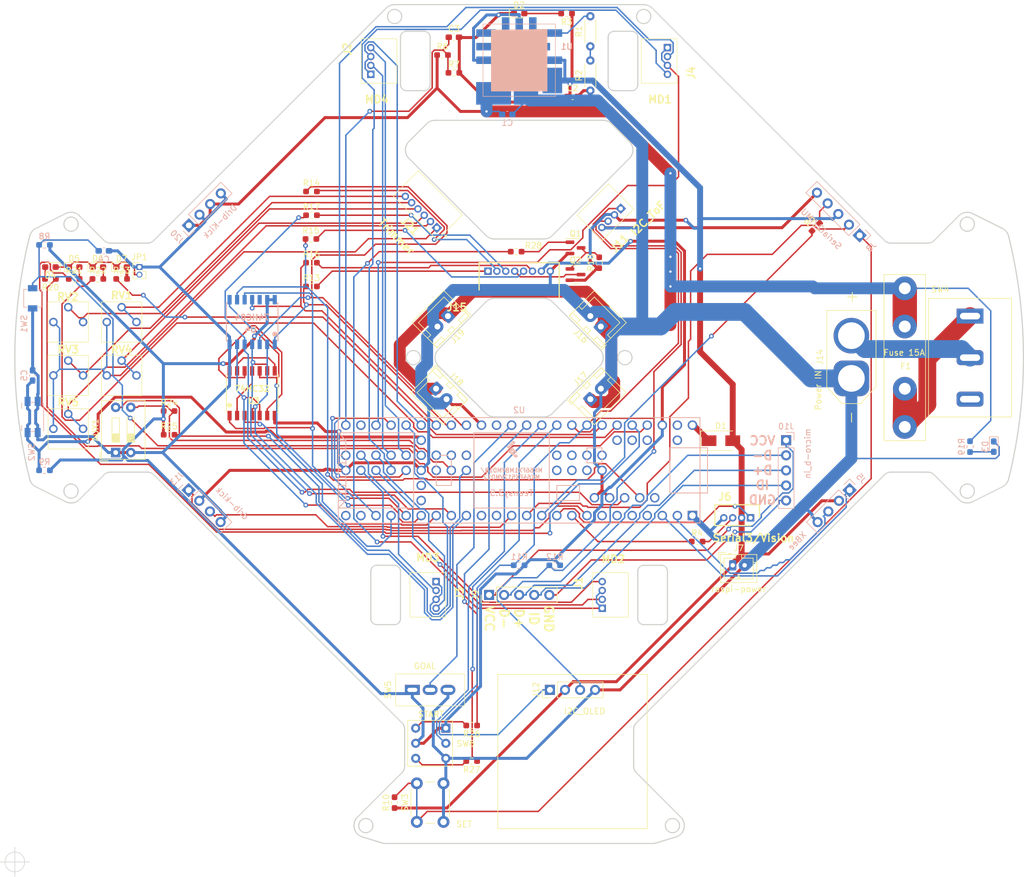
<source format=kicad_pcb>
(kicad_pcb (version 20211014) (generator pcbnew)
  (title_block (date "2022-02-20"))
  (layers (0 "F.Cu" signal) (31 "B.Cu" signal) (34 "B.Paste" user) (35 "F.Paste" user) (36 "B.SilkS" user "B.Silkscreen") (37 "F.SilkS" user "F.Silkscreen") (38 "B.Mask" user) (39 "F.Mask" user) (44 "Edge.Cuts" user))
  (net 0 "")
  (net 1 "GND")
  (net 2 "/AUX1/3")
  (net 3 "/AUX1/4")
  (net 4 "Net-(C5-Pad2)")
  (net 5 "Net-(D1-Pad1)")
  (net 6 "+5V")
  (net 7 "Net-(D2-Pad2)")
  (net 8 "Net-(D6-Pad2)")
  (net 9 "Net-(D7-Pad2)")
  (net 10 "Net-(D3-Pad2)")
  (net 11 "Net-(D4-Pad1)")
  (net 12 "Net-(D4-Pad2)")
  (net 13 "+15V")
  (net 14 "Net-(F1-Pad2)")
  (net 15 "Net-(J1-Pad2)")
  (net 16 "Net-(J3-Pad1)")
  (net 17 "Net-(D5-Pad2)")
  (net 18 "Net-(J6-Pad1)")
  (net 19 "Net-(J1-Pad1)")
  (net 20 "Net-(J1-Pad4)")
  (net 21 "Net-(J2-Pad2)")
  (net 22 "Net-(J2-Pad4)")
  (net 23 "Net-(J3-Pad2)")
  (net 24 "Net-(J8-Pad1)")
  (net 25 "Net-(J8-Pad2)")
  (net 26 "Net-(J8-Pad4)")
  (net 27 "Net-(J3-Pad4)")
  (net 28 "Net-(J4-Pad1)")
  (net 29 "Net-(J4-Pad2)")
  (net 30 "Net-(J10-Pad1)")
  (net 31 "Net-(J10-Pad3)")
  (net 32 "Net-(J11-Pad1)")
  (net 33 "Net-(J4-Pad4)")
  (net 34 "Net-(J11-Pad3)")
  (net 35 "Net-(J5-Pad1)")
  (net 36 "Net-(J5-Pad3)")
  (net 37 "+3V3")
  (net 38 "Net-(J6-Pad3)")
  (net 39 "Net-(J10-Pad2)")
  (net 40 "Net-(J13-Pad1)")
  (net 41 "Net-(J13-Pad3)")
  (net 42 "Net-(J10-Pad4)")
  (net 43 "Net-(J10-Pad5)")
  (net 44 "Net-(J14-Pad2)")
  (net 45 "Net-(J15-Pad1)")
  (net 46 "Net-(J15-Pad2)")
  (net 47 "Net-(J15-Pad3)")
  (net 48 "Net-(J15-Pad5)")
  (net 49 "Net-(J15-Pad6)")
  (net 50 "Net-(J21-Pad1)")
  (net 51 "Net-(J21-Pad2)")
  (net 52 "Net-(J21-Pad3)")
  (net 53 "Net-(Q1-Pad1)")
  (net 54 "Net-(J21-Pad4)")
  (net 55 "Net-(J21-Pad5)")
  (net 56 "Net-(J21-Pad6)")
  (net 57 "PROG")
  (net 58 "/Switch/SW_GOAL")
  (net 59 "Net-(R1-Pad1)")
  (net 60 "/Switch/SW_START")
  (net 61 "Net-(R1-Pad2)")
  (net 67 "Net-(R4-Pad1)")
  (net 68 "Net-(R5-Pad1)")
  (net 69 "Net-(R13-Pad1)")
  (net 70 "Net-(R14-Pad1)")
  (net 71 "Net-(R16-Pad1)")
  (net 72 "Net-(R17-Pad1)")
  (net 73 "Net-(J15-Pad4)")
  (net 74 "Net-(R26-Pad2)")
  (net 79 "Net-(R15-Pad1)")
  (net 82 "Net-(U2-Pad16)")
  (net 83 "Net-(U2-Pad17)")
  (net 84 "Net-(U2-Pad18)")
  (net 85 "Net-(U2-Pad19)")
  (net 86 "Net-(U2-Pad20)")
  (net 87 "Net-(U2-Pad21)")
  (net 88 "Vbatt")
  (net 97 "/Switch/SW_led_R")
  (net 98 "/Switch/SW_led_G")
  (net 99 "/LED/LED4")
  (net 100 "/LED/LED3")
  (net 101 "/LED/LED2")
  (net 102 "/LED/LED1")
  (net 119 "Net-(U3-Pad11)")
  (net 120 "Net-(U3-Pad12)")
  (net 121 "Net-(J2-Pad1)")
  (net 122 "Net-(U3-Pad13)")
  (net 124 "Net-(Q1-Pad3)")
  (net 125 "Net-(R27-Pad2)")
  (net 126 "Net-(U2-Pad22)")
  (footprint "Resistor_SMD:R_0603_1608Metric_Pad0.98x0.95mm_HandSolder" (layer "F.Cu") (at 64 76.735)
    (fp_text reference "R22")
    (fp_text value "120")
  )
  (footprint "0.main.robot:LED_SMLE13WBC8W1" (layer "F.Cu") (at 60 74.735)
    (fp_text reference "D5")
    (fp_text value "LED2_G")
  )
  (footprint "Package_TO_SOT_SMD:SOT-23" (layer "F.Cu") (at 144.5 71.5)
    (fp_text reference "Q1")
    (fp_text value "AO3400A")
  )
  (footprint "Resistor_THT:R_Axial_DIN0204_L3.6mm_D1.6mm_P5.08mm_Horizontal" (layer "F.Cu") (at 147 45 90)
    (fp_text reference "R2")
    (fp_text value "330")
  )
  (footprint "Diode_SMD:D_SMA" (layer "F.Cu") (at 169 104)
    (fp_text reference "D1")
    (fp_text value "SX34F")
  )
  (footprint "0.main.robot:JSTS8B-ZRLFSN" (layer "F.Cu") (at 129.75 78.6)
    (fp_text reference "J15")
    (fp_text value "LINE" hide)
  )
  (footprint "0.main.robot:OLED" (layer "F.Cu") (at 144 146)
    (fp_text reference "J12")
    (fp_text value "I2C_OLED")
  )
  (footprint "0.main.robot:LED_SMLE13WBC8W1" (layer "F.Cu") (at 56 74.735 180)
    (fp_text reference "D4")
    (fp_text value "LED1_R")
  )
  (footprint "Button_Switch_THT:SW_DIP_SPSTx02_Slide_9.78x7.26mm_W7.62mm_P2.54mm" (layer "F.Cu") (at 67 106 90)
    (fp_text reference "AUX1")
    (fp_text value "SW_DIP_x02")
  )
  (footprint "Resistor_SMD:R_0603_1608Metric_Pad0.98x0.95mm_HandSolder" (layer "F.Cu") (at 76 99)
    (fp_text reference "R24")
    (fp_text value "47k")
  )
  (footprint "Package_TO_SOT_SMD:SOT-23" (layer "F.Cu") (at 144.5 76)
    (fp_text reference "Q2")
    (fp_text value "AO3401A")
  )
  (footprint "Resistor_SMD:R_0603_1608Metric_Pad0.98x0.95mm_HandSolder" (layer "F.Cu") (at 122.0875 39)
    (fp_text reference "R6")
    (fp_text value "47k")
  )
  (footprint "Resistor_SMD:R_0603_1608Metric_Pad0.98x0.95mm_HandSolder" (layer "F.Cu") (at 76 103)
    (fp_text reference "R25")
    (fp_text value "47k")
  )
  (footprint "Resistor_SMD:R_0603_1608Metric_Pad0.98x0.95mm_HandSolder" (layer "F.Cu") (at 99.9125 70)
    (fp_text reference "R15")
    (fp_text value "10k")
  )
  (footprint "0.main.robot:MFS101D-14-Z" (layer "F.Cu") (at 120 146 90)
    (fp_text reference "SW5")
    (fp_text value "GOAL")
  )
  (footprint "0.main.robot:Trim-GF063P" (layer "F.Cu") (at 59 84)
    (fp_text reference "RV2")
    (fp_text value "20K" hide)
  )
  (footprint "Resistor_SMD:R_0603_1608Metric_Pad0.98x0.95mm_HandSolder" (layer "F.Cu") (at 127 152 180)
    (fp_text reference "R26")
    (fp_text value "470")
  )
  (footprint "Connector_JST:JST_XH_B2B-XH-A_1x02_P2.50mm_Vertical" (layer "F.Cu") (at 121 95.2322 -45)
    (fp_text reference "J18")
    (fp_text value "MD3")
  )
  (footprint "Capacitor_SMD:C_0603_1608Metric_Pad1.08x0.95mm_HandSolder" (layer "F.Cu") (at 144 46)
    (fp_text reference "C2")
    (fp_text value "10u")
  )
  (footprint "Connector_JST:JST_XH_B2B-XH-A_1x02_P2.50mm_Vertical" (layer "F.Cu") (at 147 97 45)
    (fp_text reference "J17")
    (fp_text value "MD2")
  )
  (footprint "Connector_JST:JST_XH_B2B-XH-A_1x02_P2.50mm_Vertical" (layer "F.Cu") (at 123 83 -135)
    (fp_text reference "J19")
    (fp_text value "MD4")
  )
  (footprint "0.main.robot:JSTB4B-ZR" (layer "F.Cu") (at 174 117)
    (fp_text reference "J6")
    (fp_text value "Serial3/Vision")
  )
  (footprint "0.main.robot:SOP14W" (layer "F.Cu") (at 90 96)
    (fp_text reference "U3")
    (fp_text value "74HC32")
  )
  (footprint "0.main.robot:FUSE_20mm" (layer "F.Cu") (at 200 90)
    (fp_text reference "F1")
    (fp_text value "Fuse 15A")
  )
  (footprint "Connector_PinHeader_1.27mm:PinHeader_1x02_P1.27mm_Vertical" (layer "F.Cu") (at 71 74.735)
    (fp_text reference "JP1")
    (fp_text value "Jumper_2_Bridged")
  )
  (footprint "Connector_JST:JST_PH_B2B-PH-K_1x02_P2.00mm_Vertical" (layer "F.Cu") (at 171 125)
    (fp_text reference "J7")
    (fp_text value "raspi-power")
  )
  (footprint "Resistor_SMD:R_0603_1608Metric_Pad0.98x0.95mm_HandSolder" (layer "F.Cu") (at 114 165 90)
    (fp_text reference "R10")
    (fp_text value "47k")
  )
  (footprint "0.main.robot:SW_SPST_POWER" (layer "F.Cu") (at 211 90)
    (fp_text reference "SW4")
    (fp_text value "SW_SPST")
  )
  (footprint "0.main.robot:JSTS4B-ZRLFSN" (layer "F.Cu") (at 110 40 90)
    (fp_text reference "J2")
    (fp_text value "MD4")
  )
  (footprint "0.main.robot:Trim-GF063P" (layer "F.Cu") (at 68 93)
    (fp_text reference "RV4")
    (fp_text value "20K" hide)
  )
  (footprint "0.main.robot:LED_SMLE13WBC8W1" (layer "F.Cu") (at 135 32)
    (fp_text reference "D2")
    (fp_text value "LED")
  )
  (footprint "Resistor_SMD:R_0603_1608Metric_Pad0.98x0.95mm_HandSolder" (layer "F.Cu") (at 127 158 180)
    (fp_text reference "R27")
    (fp_text value "470")
  )
  (footprint "Resistor_THT:R_Axial_DIN0204_L3.6mm_D1.6mm_P5.08mm_Horizontal" (layer "F.Cu") (at 147 37.54 90)
    (fp_text reference "R1")
    (fp_text value "1k")
  )
  (footprint "Button_Switch_THT:SW_PUSH_6mm" (layer "F.Cu") (at 117.75 168.25 90)
    (fp_text reference "SW3")
    (fp_text value "SET")
  )
  (footprint "0.main.robot:AMASS_XT60-M_1x02_P7.20mm_Vertical" (layer "F.Cu") (at 191 93.5 90)
    (fp_text reference "J14")
    (fp_text value "Power IN")
  )
  (footprint "0.main.robot:JSTS4B-ZRLFSN" (layer "F.Cu") (at 121 130 -90)
    (fp_text reference "J3")
    (fp_text value "MD3")
  )
  (footprint "0.main.robot:LED_SMLE13WBC8W1" (layer "F.Cu") (at 68 74.735)
    (fp_text reference "D7")
    (fp_text value "LED4_B")
  )
  (footprint "0.main.robot:LED_SMLE13WBC8W1" (layer "F.Cu") (at 64 74.735)
    (fp_text reference "D6")
    (fp_text value "LED3_Y")
  )
  (footprint "Resistor_SMD:R_0603_1608Metric_Pad0.98x0.95mm_HandSolder" (layer "F.Cu") (at 185 68 45)
    (fp_text reference "R5")
    (fp_text value "10k")
  )
  (footprint "Resistor_SMD:R_0603_1608Metric_Pad0.98x0.95mm_HandSolder" (layer "F.Cu") (at 56 76.735 180)
    (fp_text reference "R20")
    (fp_text value "120")
  )
  (footprint "0.main.robot:Trim-GF063P" (layer "F.Cu") (at 68 84)
    (fp_text reference "RV1")
    (fp_text value "20K" hide)
  )
  (footprint "0.main.robot:Trim-GF063P" (layer "F.Cu") (at 59 93)
    (fp_text reference "RV3")
    (fp_text value "20K" hide)
  )
  (footprint "Connector_PinHeader_2.54mm:PinHeader_1x05_P2.54mm_Vertical" (layer "F.Cu") (at 129.925 130 90)
    (fp_text reference "J9")
    (fp_text value "micro-b_out")
  )
  (footprint "Resistor_SMD:R_0603_1608Metric_Pad0.98x0.95mm_HandSolder" (layer "F.Cu") (at 124 42)
    (fp_text reference "R7")
    (fp_text value "10k")
  )
  (footprint "0.main.robot:SW_NKK_B-12CCPRM" (layer "F.Cu") (at 117.565 152.46)
    (fp_text reference "SW6")
    (fp_text value "START")
  )
  (footprint "Resistor_SMD:R_0603_1608Metric_Pad0.98x0.95mm_HandSolder" (layer "F.Cu") (at 100 78)
    (fp_text reference "R13")
    (fp_text value "10k")
  )
  (footprint "Resistor_SMD:R_0603_1608Metric_Pad0.98x0.95mm_HandSolder" (layer "F.Cu") (at 134.5 72.136)
    (fp_text reference "R28")
    (fp_text value "120")
  )
  (footprint "Resistor_SMD:R_0603_1608Metric_Pad0.98x0.95mm_HandSolder" (layer "F.Cu") (at 100 62)
    (fp_text reference "R14")
    (fp_text value "10k")
  )
  (footprint "Resistor_SMD:R_0603_1608Metric_Pad0.98x0.95mm_HandSolder" (layer "F.Cu") (at 100 74)
    (fp_text reference "R16")
    (fp_text value "10k")
  )
  (footprint "Resistor_SMD:R_0603_1608Metric_Pad0.98x0.95mm_HandSolder" (layer "F.Cu") (at 165 121)
    (fp_text reference "R4")
    (fp_text value "10k")
  )
  (footprint "Resistor_SMD:R_0603_1608Metric_Pad0.98x0.95mm_HandSolder" (layer "F.Cu") (at 148.5 74 90)
    (fp_text reference "R18")
    (fp_text value "10k")
  )
  (footprint "Connector_JST:JST_XH_B2B-XH-A_1x02_P2.50mm_Vertical" (layer "F.Cu") (at 148.7678 84.7678 135)
    (fp_text reference "J16")
    (fp_text value "MD1")
  )
  (footprint "0.main.robot:Trim-GF063P" (layer "F.Cu") (at 59 102)
    (fp_text reference "RV5")
    (fp_text value "20K" hide)
  )
  (footprint "0.main.robot:JSTS4B-ZRLFSN" (layer "F.Cu") (at 150.5303 66.4697 -135)
    (fp_text reference "J11")
    (fp_text value "I2C_ToF")
  )
  (footprint "Resistor_SMD:R_0603_1608Metric_Pad0.98x0.95mm_HandSolder" (layer "F.Cu") (at 100 66)
    (fp_text reference "R17")
    (fp_text value "10k")
  )
  (footprint "Capacitor_SMD:C_0603_1608Metric_Pad1.08x0.95mm_HandSolder" (layer "F.Cu") (at 124 36)
    (fp_text reference "C3")
    (fp_text value "10u")
  )
  (footprint "0.main.robot:JSTS4B-ZRLFSN" (layer "F.Cu") (at 160 40 -90)
    (fp_text reference "J4")
    (fp_text value "MD1")
  )
  (footprint "0.main.robot:JSTS6B-ZRLFSN" (layer "F.Cu") (at 121.1213 68.1213 135)
    (fp_text reference "J21")
    (fp_text value "Trimmer")
  )
  (footprint "Resistor_SMD:R_0603_1608Metric_Pad0.98x0.95mm_HandSolder" (layer "F.Cu") (at 143 32 180)
    (fp_text reference "R3")
    (fp_text value "470")
  )
  (footprint "Resistor_SMD:R_0603_1608Metric_Pad0.98x0.95mm_HandSolder" (layer "F.Cu") (at 60 76.735)
    (fp_text reference "R21")
    (fp_text value "120")
  )
  (footprint "Resistor_SMD:R_0603_1608Metric_Pad0.98x0.95mm_HandSolder" (layer "F.Cu") (at 68 76.735)
    (fp_text reference "R23")
    (fp_text value "120")
  )
  (footprint "0.main.robot:JSTS4B-ZRLFSN" (layer "F.Cu") (at 149 130 90)
    (fp_text reference "J1")
    (fp_text value "MD2")
  )
  (footprint "Connector_PinSocket_2.54mm:PinSocket_1x04_P2.54mm_Vertical" (layer "B.Cu") (at 79.2953 112.3307 -135)
    (fp_text reference "J13")
    (fp_text value "drib-kick")
  )
  (footprint "Capacitor_SMD:C_0603_1608Metric_Pad1.08x0.95mm_HandSolder" (layer "B.Cu") (at 65 72)
    (fp_text reference "C4")
    (fp_text value "0.1u")
  )
  (footprint "Capacitor_SMD:C_0603_1608Metric_Pad1.08x0.95mm_HandSolder" (layer "B.Cu") (at 53 93 -90)
    (fp_text reference "C5")
    (fp_text value "0.1u")
  )
  (footprint "Connector_PinHeader_2.54mm:PinHeader_1x05_P2.54mm_Vertical" (layer "B.Cu") (at 180 103.925 180)
    (fp_text reference "J10")
    (fp_text value "micro-b_in")
  )
  (footprint "Resistor_SMD:R_0603_1608Metric_Pad0.98x0.95mm_HandSolder" (layer "B.Cu") (at 55 109 180)
    (fp_text reference "R9")
    (fp_text value "47k")
  )
  (footprint "Resistor_SMD:R_0603_1608Metric_Pad0.98x0.95mm_HandSolder" (layer "B.Cu") (at 135 125 180)
    (fp_text reference "R11")
    (fp_text value "10k")
  )
  (footprint "0.main.robot:THAU13-AB-R" (layer "B.Cu") (at 53 100 -90)
    (fp_text reference "SW2")
    (fp_text value "Reset")
  )
  (footprint "Capacitor_SMD:C_0603_1608Metric_Pad1.08x0.95mm_HandSolder" (layer "B.Cu") (at 133 49)
    (fp_text reference "C1")
    (fp_text value "10u")
  )
  (footprint "Resistor_SMD:R_0603_1608Metric_Pad0.98x0.95mm_HandSolder" (layer "B.Cu") (at 141 125 180)
    (fp_text reference "R12")
    (fp_text value "10k")
  )
  (footprint "0.main.robot:Teensy35_36_x" (layer "B.Cu") (at 135 109 180)
    (fp_text reference "U2")
    (fp_text value "Teensy3.5")
  )
  (footprint "Resistor_SMD:R_0603_1608Metric_Pad0.98x0.95mm_HandSolder" (layer "B.Cu") (at 211 105 -90)
    (fp_text reference "R19")
    (fp_text value "3k")
  )
  (footprint "0.main.robot:SOP14W" (layer "B.Cu") (at 90 84 180)
    (fp_text reference "U4")
    (fp_text value "74HC04")
  )
  (footprint "0.main.robot:TVAF06-A020B-R" (layer "B.Cu") (at 53 80 -90)
    (fp_text reference "SW1")
    (fp_text value "PROG")
  )
  (footprint "Connector_PinSocket_2.54mm:PinSocket_1x04_P2.54mm_Vertical" (layer "B.Cu") (at 190.7047 112.3307 135)
    (fp_text reference "J5")
    (fp_text value "XBee")
  )
  (footprint "Connector_PinSocket_2.54mm:PinSocket_1x05_P2.54mm_Vertical" (layer "B.Cu") (at 192.3882 69.3882 45)
    (fp_text reference "J8")
    (fp_text value "Serial2/IMU")
  )
  (footprint "0.main.robot:LED_SMLE13WBC8W1" (layer "B.Cu") (at 215 105 -90)
    (fp_text reference "D3")
    (fp_text value "LED")
  )
  (footprint "Resistor_SMD:R_0603_1608Metric_Pad0.98x0.95mm_HandSolder" (layer "B.Cu") (at 55 71 180)
    (fp_text reference "R8")
    (fp_text value "47k")
  )
  (footprint "Connector_PinSocket_2.54mm:PinSocket_1x04_P2.54mm_Vertical" (layer "B.Cu") (at 79.3307 67.7047 -45)
    (fp_text reference "J20")
    (fp_text value "Drib-Kick")
  )
  (footprint "0.main.robot:OKL-T3-W12N-C" (layer "B.Cu") (at 141.107 33.773)
    (fp_text reference "U1")
    (fp_text value "OKL-T_3-W12N-C" hide)
  )
  (gr_arc (start 204.942913 70.26167) (mid 204.456278 70.58683) (end 203.882252 70.701011) (layer "Edge.Cuts") (width 0.2))
  (gr_line (start 153.585788 53.585786) (end 150.585788 50.585786) (layer "Edge.Cuts") (width 0.2))
  (gr_arc (start 211.425723 114.287139) (mid 210.210932 114.47246) (end 209.117083 113.912499) (layer "Edge.Cuts") (width 0.2))
  (gr_line (start 111.232935 171.596663) (end 108.535674 170.775239) (layer "Edge.Cuts") (width 0.2))
  (gr_line (start 110.000001 126.000001) (end 110.000001 134.000001) (layer "Edge.Cuts") (width 0.2))
  (gr_line (start 188.930719 62.613437) (end 196.578952 70.26167) (layer "Edge.Cuts") (width 0.2))
  (gr_line (start 162.386564 143.930717) (end 154.738331 151.57895) (layer "Edge.Cuts") (width 0.2))
  (gr_line (start 53.547495 68.226252) (end 58.57428 65.71286) (layer "Edge.Cuts") (width 0.2))
  (gr_line (start 60.88292 66.087501) (end 65.05709 70.26167) (layer "Edge.Cuts") (width 0.2))
  (gr_line (start 116.414214 56.414213) (end 129.414214 69.414213) (layer "Edge.Cuts") (width 0.2))
  (gr_arc (start 153.585788 53.585786) (mid 154.171574 55) (end 153.585788 56.414213) (layer "Edge.Cuts") (width 0.2))
  (gr_arc (start 119.414214 50.585786) (mid 120.063061 50.15224) (end 120.828428 49.999999) (layer "Edge.Cuts") (width 0.2))
  (gr_arc (start 140.585788 69.414213) (mid 139.936941 69.847759) (end 139.171574 70) (layer "Edge.Cuts") (width 0.2))
  (gr_arc (start 112.596937 31.085786) (mid 113.245783 30.65224) (end 114.01115 30.499999) (layer "Edge.Cuts") (width 0.2))
  (gr_arc (start 66.117751 70.70101) (mid 65.543726 70.586829) (end 65.05709 70.26167) (layer "Edge.Cuts") (width 0.2))
  (gr_line (start 157.403066 31.085786) (end 162.386563 36.069283) (layer "Edge.Cuts") (width 0.2))
  (gr_arc (start 58.57428 65.71286) (mid 59.789071 65.52754) (end 60.88292 66.087501) (layer "Edge.Cuts") (width 0.2))
  (gr_line (start 154.298991 152.63961) (end 154.298991 158.88225) (layer "Edge.Cuts") (width 0.2))
  (gr_line (start 160.000001 134.000001) (end 160.000001 126.000001) (layer "Edge.Cuts") (width 0.2))
  (gr_line (start 66.117751 70.70101) (end 72.360391 70.70101) (layer "Edge.Cuts") (width 0.2))
  (gr_arc (start 154.738331 159.942911) (mid 154.413172 159.456276) (end 154.298991 158.88225) (layer "Edge.Cuts") (width 0.2))
  (gr_arc (start 120.000001 43.999999) (mid 119.707108 44.707106) (end 119.000001 44.999999) (layer "Edge.Cuts") (width 0.2))
  (gr_circle (center 109.158364 168.874645) (end 110.358364 168.874645) (layer "Edge.Cuts") (width 0.2) (fill none))
  (gr_line (start 148.585788 88.585786) (end 140.585788 80.585786) (layer "Edge.Cuts") (width 0.2))
  (gr_arc (start 155.000001 43.999999) (mid 154.707108 44.707106) (end 154.000001 44.999999) (layer "Edge.Cuts") (width 0.2))
  (gr_arc (start 121.414214 91.414214) (mid 120.828428 90) (end 121.414214 88.585786) (layer "Edge.Cuts") (width 0.2))
  (gr_line (start 72.360391 109.298989) (end 66.117751 109.298989) (layer "Edge.Cuts") (width 0.2))
  (gr_circle (center 155.988852 32.499999) (end 157.188852 32.499999) (layer "Edge.Cuts") (width 0.2) (fill none))
  (gr_line (start 155.000001 126.000001) (end 155.000001 134.000001) (layer "Edge.Cuts") (width 0.2))
  (gr_arc (start 156.000001 135.000001) (mid 155.292895 134.707107) (end 155.000001 134.000001) (layer "Edge.Cuts") (width 0.2))
  (gr_circle (center 59.468707 67.501714) (end 60.668707 67.501714) (layer "Edge.Cuts") (width 0.2) (fill none))
  (gr_line (start 115.000001 134.000001) (end 115.000001 126.000001) (layer "Edge.Cuts") (width 0.2))
  (gr_arc (start 217.499238 110.466457) (mid 217.119293 111.234938) (end 216.452507 111.773748) (layer "Edge.Cuts") (width 0.2))
  (gr_line (start 162.386563 36.069283) (end 188.930719 62.613437) (layer "Edge.Cuts") (width 0.2))
  (gr_line (start 58.57428 114.28714) (end 53.547495 111.773748) (layer "Edge.Cuts") (width 0.2))
  (gr_line (start 129.414214 80.585786) (end 121.414214 88.585786) (layer "Edge.Cuts") (width 0.2))
  (gr_line (start 111.949187 171.814791) (end 111.445784 171.671285) (layer "Edge.Cuts") (width 0.2))
  (gr_circle (center 114.01115 32.499999) (end 115.21115 32.499999) (layer "Edge.Cuts") (width 0.2) (fill none))
  (gr_line (start 81.069284 62.613438) (end 107.613439 36.069283) (layer "Edge.Cuts") (width 0.2))
  (gr_line (start 114.000001 125.000001) (end 111.000001 125.000001) (layer "Edge.Cuts") (width 0.2))
  (gr_line (start 114.01115 30.499999) (end 155.988852 30.499999) (layer "Edge.Cuts") (width 0.2))
  (gr_line (start 107.61344 143.930717) (end 81.069284 117.386562) (layer "Edge.Cuts") (width 0.2))
  (gr_arc (start 111.000001 135.000001) (mid 110.292895 134.707107) (end 110.000001 134.000001) (layer "Edge.Cuts") (width 0.2))
  (gr_line (start 154.738331 159.942911) (end 162.255852 167.460432) (layer "Edge.Cuts") (width 0.2))
  (gr_line (start 204.942913 70.26167) (end 209.117082 66.0875) (layer "Edge.Cuts") (width 0.2))
  (gr_arc (start 130.828428 100) (mid 130.063061 99.847759) (end 129.414214 99.414214) (layer "Edge.Cuts") (width 0.2))
  (gr_arc (start 154.000001 34.999999) (mid 154.707108 35.292892) (end 155.000001 35.999999) (layer "Edge.Cuts") (width 0.2))
  (gr_circle (center 117.171574 90) (end 118.371574 90) (layer "Edge.Cuts") (width 0.2) (fill none))
  (gr_arc (start 217.499238 69.533543) (mid 220.000001 90) (end 217.499238 110.466457) (layer "Edge.Cuts") (width 0.2))
  (gr_line (start 209.117083 113.912499) (end 204.942913 109.73833) (layer "Edge.Cuts") (width 0.2))
  (gr_arc (start 115.000001 134.000001) (mid 114.707107 134.707107) (end 114.000001 135.000001) (layer "Edge.Cuts") (width 0.2))
  (gr_line (start 121.414214 91.414214) (end 129.414214 99.414214) (layer "Edge.Cuts") (width 0.2))
  (gr_line (start 115.000001 35.999999) (end 115.000001 43.999999) (layer "Edge.Cuts") (width 0.2))
  (gr_arc (start 112.491559 171.889737) (mid 112.217796 171.870912) (end 111.949187 171.814791) (layer "Edge.Cuts") (width 0.2))
  (gr_arc (start 154.298991 152.63961) (mid 154.413172 152.065585) (end 154.738331 151.57895) (layer "Edge.Cuts") (width 0.2))
  (gr_line (start 157.508443 171.889737) (end 112.491559 171.889737) (layer "Edge.Cuts") (width 0.2))
  (gr_arc (start 115.000001 35.999999) (mid 115.292894 35.292892) (end 116.000001 34.999999) (layer "Edge.Cuts") (width 0.2))
  (gr_arc (start 196.578952 109.738329) (mid 197.065587 109.41317) (end 197.639612 109.298989) (layer "Edge.Cuts") (width 0.2))
  (gr_arc (start 116.414214 56.414213) (mid 115.828428 55) (end 116.414214 53.585786) (layer "Edge.Cuts") (width 0.2))
  (gr_arc (start 197.639612 70.70101) (mid 197.065587 70.586829) (end 196.578952 70.26167) (layer "Edge.Cuts") (width 0.2))
  (gr_arc (start 60.882921 113.912499) (mid 59.789072 114.472461) (end 58.57428 114.28714) (layer "Edge.Cuts") (width 0.2))
  (gr_arc (start 149.171574 49.999999) (mid 149.936941 50.15224) (end 150.585788 50.585786) (layer "Edge.Cuts") (width 0.2))
  (gr_arc (start 110.000001 126.000001) (mid 110.292894 125.292894) (end 111.000001 125.000001) (layer "Edge.Cuts") (width 0.2))
  (gr_arc (start 52.500764 69.533543) (mid 52.880709 68.765062) (end 53.547495 68.226252) (layer "Edge.Cuts") (width 0.2))
  (gr_arc (start 140.585788 99.414214) (mid 139.936941 99.847759) (end 139.171574 100) (layer "Edge.Cuts") (width 0.2))
  (gr_arc (start 53.547495 111.773748) (mid 52.880709 111.234938) (end 52.500764 110.466457) (layer "Edge.Cuts") (width 0.2))
  (gr_arc (start 160.000001 134.000001) (mid 159.707107 134.707107) (end 159.000001 135.000001) (layer "Edge.Cuts") (width 0.2))
  (gr_arc (start 151.000001 44.999999) (mid 150.292894 44.707106) (end 150.000001 43.999999) (layer "Edge.Cuts") (width 0.2))
  (gr_arc (start 158.050815 171.814791) (mid 157.782206 171.870912) (end 157.508443 171.889737) (layer "Edge.Cuts") (width 0.2))
  (gr_arc (start 158.767064 171.596664) (mid 158.661694 171.636977) (end 158.554218 171.671285) (layer "Edge.Cuts") (width 0.2))
  (gr_arc (start 162.255852 167.460432) (mid 162.786948 169.339154) (end 161.464329 170.775238) (layer "Edge.Cuts") (width 0.2))
  (gr_arc (start 129.414214 80.585786) (mid 130.063061 80.152241) (end 130.828428 80) (layer "Edge.Cuts") (width 0.2))
  (gr_arc (start 72.360391 109.298989) (mid 72.934416 109.41317) (end 73.421051 109.738329) (layer "Edge.Cuts") (width 0.2))
  (gr_arc (start 209.117082 66.0875) (mid 210.210932 65.527539) (end 211.425724 65.712859) (layer "Edge.Cuts") (width 0.2))
  (gr_line (start 140.585788 69.414213) (end 153.585788 56.414213) (layer "Edge.Cuts") (width 0.2))
  (gr_line (start 156.000001 135.000001) (end 159.000001 135.000001) (layer "Edge.Cuts") (width 0.2))
  (gr_line (start 107.613439 36.069283) (end 112.596937 31.085786) (layer "Edge.Cuts") (width 0.2))
  (gr_circle (center 160.841639 168.874645) (end 162.041639 168.874645) (layer "Edge.Cuts") (width 0.2) (fill none))
  (gr_line (start 139.171574 80) (end 130.828428 80) (layer "Edge.Cuts") (width 0.2))
  (gr_arc (start 115.261672 151.57895) (mid 115.586831 152.065585) (end 115.701012 152.63961) (layer "Edge.Cuts") (width 0.2))
  (gr_line (start 111.000001 135.000001) (end 114.000001 135.000001) (layer "Edge.Cuts") (width 0.2))
  (gr_line (start 196.578952 109.738329) (end 188.930719 117.386561) (layer "Edge.Cuts") (width 0.2))
  (gr_arc (start 108.535674 170.775239) (mid 107.213054 169.339155) (end 107.74415 167.460432) (layer "Edge.Cuts") (width 0.2))
  (gr_arc (start 159.000001 125.000001) (mid 159.707108 125.292894) (end 160.000001 126.000001) (layer "Edge.Cuts") (width 0.2))
  (gr_line (start 116.000001 44.999999) (end 119.000001 44.999999) (layer "Edge.Cuts") (width 0.2))
  (gr_line (start 130.828428 100) (end 139.171574 100) (layer "Edge.Cuts") (width 0.2))
  (gr_line (start 161.464329 170.775238) (end 158.767064 171.596664) (layer "Edge.Cuts") (width 0.2))
  (gr_line (start 188.930719 117.386561) (end 162.386564 143.930717) (layer "Edge.Cuts") (width 0.2))
  (gr_line (start 81.069284 117.386562) (end 73.421051 109.738329) (layer "Edge.Cuts") (width 0.2))
  (gr_line (start 158.554218 171.671285) (end 158.050815 171.814791) (layer "Edge.Cuts") (width 0.2))
  (gr_line (start 211.425724 65.712859) (end 216.452507 68.226252) (layer "Edge.Cuts") (width 0.2))
  (gr_line (start 151.000001 44.999999) (end 154.000001 44.999999) (layer "Edge.Cuts") (width 0.2))
  (gr_arc (start 155.988852 30.499999) (mid 156.754219 30.65224) (end 157.403066 31.085786) (layer "Edge.Cuts") (width 0.2))
  (gr_arc (start 216.452507 68.226252) (mid 217.119293 68.765062) (end 217.499238 69.533543) (layer "Edge.Cuts") (width 0.2))
  (gr_arc (start 73.421051 70.26167) (mid 72.934416 70.586829) (end 72.360391 70.70101) (layer "Edge.Cuts") (width 0.2))
  (gr_circle (center 210.531296 112.498285) (end 211.731296 112.498285) (layer "Edge.Cuts") (width 0.2) (fill none))
  (gr_line (start 65.05709 109.738329) (end 60.882921 113.912499) (layer "Edge.Cuts") (width 0.2))
  (gr_line (start 140.585788 99.414214) (end 148.585788 91.414214) (layer "Edge.Cuts") (width 0.2))
  (gr_arc (start 111.445784 171.671285) (mid 111.338307 171.636977) (end 111.232935 171.596663) (layer "Edge.Cuts") (width 0.2))
  (gr_circle (center 210.531296 67.501714) (end 211.731296 67.501714) (layer "Edge.Cuts") (width 0.2) (fill none))
  (gr_line (start 119.000001 34.999999) (end 116.000001 34.999999) (layer "Edge.Cuts") (width 0.2))
  (gr_line (start 130.828428 70) (end 139.171574 70) (layer "Edge.Cuts") (width 0.2))
  (gr_arc (start 203.882252 109.298989) (mid 204.456278 109.41317) (end 204.942913 109.73833) (layer "Edge.Cuts") (width 0.2))
  (gr_arc (start 150.000001 35.999999) (mid 150.292894 35.292892) (end 151.000001 34.999999) (layer "Edge.Cuts") (width 0.2))
  (gr_line (start 154.000001 34.999999) (end 151.000001 34.999999) (layer "Edge.Cuts") (width 0.2))
  (gr_line (start 150.000001 35.999999) (end 150.000001 43.999999) (layer "Edge.Cuts") (width 0.2))
  (gr_line (start 107.74415 167.460432) (end 115.261672 159.942911) (layer "Edge.Cuts") (width 0.2))
  (gr_line (start 197.639612 70.70101) (end 203.882252 70.701011) (layer "Edge.Cuts") (width 0.2))
  (gr_line (start 73.421051 70.26167) (end 81.069284 62.613438) (layer "Edge.Cuts") (width 0.2))
  (gr_line (start 119.414214 50.585786) (end 116.414214 53.585786) (layer "Edge.Cuts") (width 0.2))
  (gr_line (start 159.000001 125.000001) (end 156.000001 125.000001) (layer "Edge.Cuts") (width 0.2))
  (gr_arc (start 139.171574 80) (mid 139.936941 80.152241) (end 140.585788 80.585786) (layer "Edge.Cuts") (width 0.2))
  (gr_arc (start 155.000001 126.000001) (mid 155.292895 125.292895) (end 156.000001 125.000001) (layer "Edge.Cuts") (width 0.2))
  (gr_arc (start 115.701012 158.88225) (mid 115.586831 159.456276) (end 115.261672 159.942911) (layer "Edge.Cuts") (width 0.2))
  (gr_line (start 115.261672 151.57895) (end 107.61344 143.930717) (layer "Edge.Cuts") (width 0.2))
  (gr_line (start 115.701012 158.88225) (end 115.701012 152.63961) (layer "Edge.Cuts") (width 0.2))
  (gr_line (start 120.000001 43.999999) (end 120.000001 35.999999) (layer "Edge.Cuts") (width 0.2))
  (gr_arc (start 65.05709 109.738329) (mid 65.543725 109.41317) (end 66.117751 109.298989) (layer "Edge.Cuts") (width 0.2))
  (gr_arc (start 119.000001 34.999999) (mid 119.707108 35.292892) (end 120.000001 35.999999) (layer "Edge.Cuts") (width 0.2))
  (gr_arc (start 148.585788 88.585786) (mid 149.171574 90) (end 148.585788 91.414214) (layer "Edge.Cuts") (width 0.2))
  (gr_arc (start 114.000001 125.000001) (mid 114.707107 125.292895) (end 115.000001 126.000001) (layer "Edge.Cuts") (width 0.2))
  (gr_circle (center 152.828428 90) (end 154.028428 90) (layer "Edge.Cuts") (width 0.2) (fill none))
  (gr_line (start 203.882252 109.298989) (end 197.639612 109.298989) (layer "Edge.Cuts") (width 0.2))
  (gr_arc (start 130.828428 70) (mid 130.063061 69.847759) (end 129.414214 69.414213) (layer "Edge.Cuts") (width 0.2))
  (gr_line (start 155.000001 43.999999) (end 155.000001 35.999999) (layer "Edge.Cuts") (width 0.2))
  (gr_arc (start 116.000001 44.999999) (mid 115.292894 44.707106) (end 115.000001 43.999999) (layer "Edge.Cuts") (width 0.2))
  (gr_arc (start 52.500764 110.466457) (mid 50.000001 90) (end 52.500764 69.533543) (layer "Edge.Cuts") (width 0.2))
  (gr_circle (center 59.468707 112.498285) (end 60.668707 112.498285) (layer "Edge.Cuts") (width 0.2) (fill none))
  (gr_line (start 149.171574 49.999999) (end 120.828428 49.999999) (layer "Edge.Cuts") (width 0.2))
  (gr_line (start 216.452507 111.773748) (end 211.425723 114.287139) (layer "Edge.Cuts") (width 0.2))
  (gr_text "VCC" (at 176 104) (layer "B.SilkS") (effects (font (size 1.5 1.5) (thickness 0.3)) (justify mirror)))
  (gr_text "ID" (at 176 111.5) (layer "B.SilkS") (effects (font (size 1.5 1.5) (thickness 0.3)) (justify mirror)))
  (gr_text "D+" (at 176 109) (layer "B.SilkS") (effects (font (size 1.5 1.5) (thickness 0.3)) (justify mirror)))
  (gr_text "GND" (at 176 114) (layer "B.SilkS") (effects (font (size 1.5 1.5) (thickness 0.3)) (justify mirror)))
  (gr_text "D-" (at 176 106.5) (layer "B.SilkS") (effects (font (size 1.5 1.5) (thickness 0.3)) (justify mirror)))
  (gr_text "D-" (at 132.5 134 -90) (layer "F.SilkS") (effects (font (size 1.5 1.5) (thickness 0.3))))
  (gr_text "GND" (at 140 134 -90) (layer "F.SilkS") (effects (font (size 1.5 1.5) (thickness 0.3))))
  (gr_text "ID" (at 137.5 134 -90) (layer "F.SilkS") (effects (font (size 1.5 1.5) (thickness 0.3))))
  (gr_text "D+" (at 135 134 -90) (layer "F.SilkS") (effects (font (size 1.5 1.5) (thickness 0.3))))
  (gr_text "VCC" (at 130 134 -90) (layer "F.SilkS") (effects (font (size 1.5 1.5) (thickness 0.3))))
  (target plus (at 50 175) (size 5) (width 0.1) (layer "Edge.Cuts"))
  (segment (start 102.3452 108.8196) (end 102.2626 108.9022) (width 0.5) (layer "F.Cu") (net 1))
  (segment (start 143.9363 46.9262) (end 129.8387 46.9262) (width 0.5) (layer "F.Cu") (net 1))
  (segment (start 102.2626 108.9022) (end 102.1667 108.9022) (width 0.5) (layer "F.Cu") (net 1))
  (segment (start 102.402 102.4617) (end 100.9537 101.0134) (width 0.5) (layer "F.Cu") (net 1))
  (segment (start 143.225 72.45) (end 143.5625 72.45) (width 0.5) (layer "F.Cu") (net 1))
  (segment (start 93.8075 99.7643) (end 93.8075 101.0134) (width 0.5) (layer "F.Cu") (net 1))
  (segment (start 140.25 75.425) (end 143.225 72.45) (width 0.5) (layer "F.Cu") (net 1))
  (segment (start 173 125) (end 152 146) (width 0.5) (layer "F.Cu") (net 1))
  (segment (start 148.97 112.35) (end 150.24 113.62) (width 0.5) (layer "F.Cu") (net 1))
  (segment (start 117.22 107.73) (end 107.06 107.73) (width 0.5) (layer "F.Cu") (net 1))
  (segment (start 104.6286 102.4617) (end 102.402 102.4617) (width 0.5) (layer "F.Cu") (net 1))
  (segment (start 131.7722 32) (end 131.5358 32.2364) (width 0.5) (layer "F.Cu") (net 1))
  (segment (start 134.125 32) (end 131.7722 32) (width 0.5) (layer "F.Cu") (net 1))
  (segment (start 129.8387 46.9262) (end 124.9125 42) (width 0.5) (layer "F.Cu") (net 1))
  (segment (start 69.54 106) (end 67 106) (width 0.5) (layer "F.Cu") (net 1))
  (segment (start 123.6872 97.9194) (end 125.1894 97.9194) (width 0.5) (layer "F.Cu") (net 1))
  (segment (start 148.97 109) (end 148.97 112.35) (width 0.5) (layer "F.Cu") (net 1))
  (segment (start 81.0914 114.1268) (end 82.0109 113.2073) (width 0.5) (layer "F.Cu") (net 1))
  (segment (start 148.9752 68.0966) (end 179.3114 68.0966) (width 0.5) (layer "F.Cu") (net 1))
  (segment (start 147 45) (end 145.8625 45) (width 0.5) (layer "F.Cu") (net 1))
  (segment (start 107.06 107.73) (end 105.79 109) (width 0.5) (layer "F.Cu") (net 1))
  (segment (start 124.9125 36.05) (end 124.8625 36) (width 0.5) (layer "F.Cu") (net 1))
  (segment (start 124.9125 42) (end 124.9125 36.05) (width 0.5) (layer "F.Cu") (net 1))
  (segment (start 102.1667 108.9022) (end 102.0689 109) (width 0.5) (layer "F.Cu") (net 1))
  (segment (start 86.2182 109) (end 82.0109 113.2073) (width 0.5) (layer "F.Cu") (net 1))
  (segment (start 131.5358 32.2364) (end 127.7222 36.05) (width 0.5) (layer "F.Cu") (net 1))
  (segment (start 152 146) (end 147.81 146) (width 0.5) (layer "F.Cu") (net 1))
  (segment (start 102.0689 109) (end 86.2182 109) (width 0.5) (layer "F.Cu") (net 1))
  (segment (start 179.3114 68.0966) (end 185.204 62.204) (width 0.5) (layer "F.Cu") (net 1))
  (segment (start 148.9393 68.0607) (end 148.9752 68.0966) (width 0.5) (layer "F.Cu") (net 1))
  (segment (start 148.97 112.35) (end 147.7 113.62) (width 0.5) (layer "F.Cu") (net 1))
  (segment (start 103.2016 108.9715) (end 103.0497 108.8196) (width 0.5) (layer "F.Cu") (net 1))
  (segment (start 104.6976 108.9715) (end 103.2016 108.9715) (width 0.5) (layer "F.Cu") (net 1))
  (segment (start 103.0497 108.8196) (end 102.3452 108.8196) (width 0.5) (layer "F.Cu") (net 1))
  (segment (start 125.1894 97.9194) (end 128.65 101.38) (width 0.5) (layer "F.Cu") (net 1))
  (segment (start 105.79 109) (end 104.7261 109) (width 0.5) (layer "F.Cu") (net 1))
  (segment (start 127.7222 36.05) (end 124.9125 36.05) (width 0.5) (layer "F.Cu") (net 1))
  (segment (start 122.7678 97) (end 123.6872 97.9194) (width 0.5) (layer "F.Cu") (net 1))
  (segment (start 118.49 109) (end 117.22 107.73) (width 0.5) (layer "F.Cu") (net 1))
  (segment (start 100.9537 101.0134) (end 93.8075 101.0134) (width 0.5) (layer "F.Cu") (net 1))
  (segment (start 104.7261 109) (end 104.6976 108.9715) (width 0.5) (layer "F.Cu") (net 1))
  (segment (start 145.8625 45) (end 144.8625 46) (width 0.5) (layer "F.Cu") (net 1))
  (segment (start 144.8625 46) (end 143.9363 46.9262) (width 0.5) (layer "F.Cu") (net 1))
  (via (at 131.5358 32.2364) (size 0.8) (drill 0.4) (layers "F.Cu" "B.Cu") (net 1))
  (via (at 104.6286 102.4617) (size 0.8) (drill 0.4) (layers "F.Cu" "B.Cu") (net 1))
  (segment (start 147 83) (end 147.736 82.2637) (width 2) (layer "B.Cu") (net 1))
  (segment (start 82.0463 66.8281) (end 82.0463 67.101) (width 0.5) (layer "B.Cu") (net 1))
  (segment (start 121.2322 84.7678) (end 121.232 84.7678) (width 0.5) (layer "B.Cu") (net 1))
  (segment (start 148.7678 98.199) (end 147.7 99.2668) (width 0.5) (layer "B.Cu") (net 1))
  (segment (start 131.5945 32.1777) (end 131.5358 32.2364) (width 0.5) (layer "B.Cu") (net 1))
  (segment (start 149.0256 68.147) (end 148.9393 68.0607) (width 0.5) (layer "B.Cu") (net 1))
  (segment (start 122.645 161.355) (end 122.25 161.75) (width 0.5) (layer "B.Cu") (net 1))
  (segment (start 122.25 161.75) (end 122.25 168.25) (width 0.5) (layer "B.Cu") (net 1))
  (segment (start 215.9 106.437) (end 215.9 105.025) (width 0.25) (layer "B.Cu") (net 1))
  (segment (start 123 146) (end 123 147.3003) (width 0.5) (layer "B.Cu") (net 1))
  (segment (start 150.531 93.4685) (end 148.768 95.2322) (width 2) (layer "B.Cu") (net 1))
  (segment (start 53.85 102.625) (end 53.85 101.3997) (width 0.5) (layer "B.Cu") (net 1))
  (segment (start 173 125) (end 177.5 120.5) (width 2) (layer "B.Cu") (net 1))
  (segment (start 122.768 97) (end 122.7679 97.0001) (width 2) (layer "B.Cu") (net 1))
  (segment (start 182.9709 115.0291) (end 191 107) (width 2) (layer "B.Cu") (net 1))
  (segment (start 63.0589 103.3092) (end 55.3414 103.3092) (width 0.5) (layer "B.Cu") (net 1))
  (segment (start 82.068 113.1502) (end 84.6835 115.7658) (width 0.5) (layer "B.Cu") (net 1))
  (segment (start 74.9177 106) (end 86.1925 94.7252) (width 0.5) (layer "B.Cu") (net 1))
  (segment (start 215.336 107) (end 215.9 106.437) (width 0.25) (layer "B.Cu") (net 1))
  (segment (start 155.752 68.147) (end 155.752 54.1858) (width 2) (layer "B.Cu") (net 1))
  (segment (start 86.1925 87.7643) (end 86.1925 86.5152) (width 0.5) (layer "B.Cu") (net 1))
  (segment (start 120.496 84.0314) (end 120.496 82.0041) (width 2) (layer "B.Cu") (net 1))
  (segment (start 81.0914 114.1268) (end 82.0109 113.2073) (width 0.5) (layer "B.Cu") (net 1))
  (segment (start 147.7 107.73) (end 148.97 109) (width 0.5) (layer "B.Cu") (net 1))
  (segment (start 158.838 84.748) (end 161.29 82.296) (width 3) (layer "B.Cu") (net 1))
  (segment (start 120.5321 155.4271) (end 122.645 157.54) (width 0.5) (layer "B.Cu") (net 1))
  (segment (start 82.0463 67.101) (end 74.4123 74.735) (width 0.5) (layer "B.Cu") (net 1))
  (segment (start 147 45) (end 147 46.6575) (width 0.5) (layer "B.Cu") (net 1))
  (segment (start 122.7678 97) (end 122.7679 97.0001) (width 0.5) (layer "B.Cu") (net 1))
  (segment (start 184.3971 116.7994) (end 184.3971 116.4553) (width 0.5) (layer "B.Cu") (net 1))
  (segment (start 185.3165 117.7189) (end 184.3971 116.7994) (width 0.5) (layer "B.Cu") (net 1))
  (segment (start 53.5119 98.9384) (end 53.85 98.6003) (width 0.5) (layer "B.Cu") (net 1))
  (segment (start 118.49 109) (end 119.76 107.73) (width 0.5) (layer "B.Cu") (net 1))
  (segment (start 53.85 101.3997) (end 53.5119 101.0616) (width 0.5) (layer "B.Cu") (net 1))
  (segment (start 133.862 49) (end 133.9752 48.8868) (width 0.25) (layer "B.Cu") (net 1))
  (segment (start 135.017 34.278) (end 135.017 32.1777) (width 0.5) (layer "B.Cu") (net 1))
  (segment (start 53 92.1375) (end 53.9359 93.0734) (width 0.5) (layer "B.Cu") (net 1))
  (segment (start 55.3414 103.3092) (end 54.8003 103.8503) (width 0.5) (layer "B.Cu") (net 1))
  (segment (start 155.752 84.748) (end 155.752 68.147) (width 2) (layer "B.Cu") (net 1))
  (segment (start 84.6835 117.7189) (end 85.603 116.7994) (width 0.5) (layer "B.Cu") (net 1))
  (segment (start 142.588 78.5885) (end 147 83) (width 2) (layer "B.Cu") (net 1))
  (segment (start 53.85 97.375) (end 53.85 96.1497) (width 0.5) (layer "B.Cu") (net 1))
  (segment (start 53.85 97.375) (end 53.85 98.6003) (width 0.5) (layer "B.Cu") (net 1))
  (segment (start 133.9752 48.8873) (end 133.9752 48.8868) (width 0.5) (layer "B.Cu") (net 1))
  (segment (start 172.974 82.296) (end 184.178 93.5) (width 3) (layer "B.Cu") (net 1))
  (segment (start 147 46.6575) (end 136.811 46.6575) (width 2) (layer "B.Cu") (net 1))
  (segment (start 53.85 102.625) (end 53.85 103.8503) (width 0.5) (layer "B.Cu") (net 1))
  (segment (start 148.224 46.6575) (end 147 46.6575) (width 2) (layer "B.Cu") (net 1))
  (segment (start 67.3147 72) (end 65.8625 72) (width 0.5) (layer "B.Cu") (net 1))
  (segment (start 54.8003 103.8503) (end 53.85 103.8503) (width 0.5) (layer "B.Cu") (net 1))
  (segment (start 82.0463 66.828) (end 82.1193 66.828) (width 0.5) (layer "B.Cu") (net 1))
  (segment (start 53 81.7) (end 53 92.1375) (width 0.5) (layer "B.Cu") (net 1))
  (segment (start 147.81 146) (end 136.27 157.54) (width 0.5) (layer "B.Cu") (net 1))
  (segment (start 141.0316 78.5885) (end 142.588 78.5885) (width 2) (layer "B.Cu") (net 1))
  (segment (start 191 107) (end 215.336 107) (width 0.25) (layer "B.Cu") (net 1))
  (segment (start 104.5396 107.7496) (end 104.5396 102.5507) (width 0.5) (layer "B.Cu") (net 1))
  (segment (start 84.7189 64.1554) (end 85.6384 63.2359) (width 0.5) (layer "B.Cu") (net 1))
  (segment (start 104.5396 102.5507) (end 104.6286 102.4617) (width 0.5) (layer "B.Cu") (net 1))
  (segment (start 71 74.735) (end 70.0497 74.735) (width 0.5) (layer "B.Cu") (net 1))
  (segment (start 53.9359 93.0734) (end 53.9359 96.0638) (width 0.5) (layer "B.Cu") (net 1))
  (segment (start 141.0316 78.5885) (end 140.25 77.8069) (width 0.5) (layer "B.Cu") (net 1))
  (segment (start 169.5 117) (end 169.4618 117) (width 0.5) (layer "B.Cu") (net 1))
  (segment (start 133.8625 49) (end 133.9752 48.8873) (width 0.5) (layer "B.Cu") (net 1))
  (segment (start 120.252 97.7363) (end 118.496 95.9801) (width 2) (layer "B.Cu") (net 1))
  (segment (start 118.496 92.0041) (end 119.5 91) (width 2) (layer "B.Cu") (net 1))
  (segment (start 129.5507 32.2364) (end 131.5358 32.2364) (width 0.5) (layer "B.Cu") (net 1))
  (segment (start 168.09 120.5) (end 177.5 120.5) (width 1) (layer "B.Cu") (net 1))
  (segment (start 122.031 97.7363) (end 120.252 97.7363) (width 2) (layer "B.Cu") (net 1))
  (segment (start 84.7189 62.3165) (end 85.6384 63.2359) (width 0.5) (layer "B.Cu") (net 1))
  (segment (start 82.0463 66.8281) (end 82.0463 66.828) (width 0.5) (layer "B.Cu") (net 1))
  (segment (start 81.1268 65.9086) (end 82.0463 66.828) (width 0.5) (layer "B.Cu") (net 1))
  (segment (start 149.516 82.2637) (end 152 84.748) (width 2) (layer "B.Cu") (net 1))
  (segment (start 119.5 91) (end 119.5 86.5) (width 2) (layer "B.Cu") (net 1))
  (segment (start 120.5321 149.7682) (end 120.5321 155.4271) (width 0.5) (layer "B.Cu") (net 1))
  (segment (start 129.422 39.873) (end 127.3217 39.873) (width 0.5) (layer "B.Cu") (net 1))
  (segment (start 215.9 105.025) (end 215 104.125) (width 0.25) (layer "B.Cu") (net 1))
  (segment (start 150.531 86.2165) (end 150.531 93.4685) (width 2) (layer "B.Cu") (net 1))
  (segment (start 123 147.3003) (end 120.5321 149.7682) (width 0.5) (layer "B.Cu") (net 1))
  (segment (start 65.7497 106) (end 63.0589 103.3092) (width 0.5) (layer "B.Cu") (net 1))
  (segment (start 53.5119 101.0616) (end 53.5119 98.9384) (width 0.5) (layer "B.Cu") (net 1))
  (segment (start 53.9359 96.0638) (end 53.85 96.1497) (width 0.5) (layer "B.Cu") (net 1))
  (segment (start 82.0109 113.2073) (end 82.068 113.1502) (width 0.5) (layer "B.Cu") (net 1))
  (segment (start 122.7679 97.0001) (end 122.031 97.7363) (width 2) (layer "B.Cu") (net 1))
  (segment (start 118.496 95.9801) (end 118.496 92.0041) (width 2) (layer "B.Cu") (net 1))
  (segment (start 147.736 82.2637) (end 149.516 82.2637) (width 2) (layer "B.Cu") (net 1))
  (segment (start 184.178 93.5) (end 191 93.5) (width 3) (layer "B.Cu") (net 1))
  (segment (start 164.21 116.62) (end 167.0259 119.4359) (width 1) (layer "B.Cu") (net 1))
  (segment (start 191 107) (end 191 93.5) (width 2) (layer "B.Cu") (net 1))
  (segment (start 82.0463 66.828) (end 82.0463 66.8281) (width 0.5) (layer "B.Cu") (net 1))
  (segment (start 177.5 120.5) (end 182.9709 115.0291) (width 2) (layer "B.Cu") (net 1))
  (segment (start 147.7 99.2668) (end 147.7 107.73) (width 0.5) (layer "B.Cu") (net 1))
  (segment (start 74.9177 106) (end 82.068 113.1502) (width 0.5) (layer "B.Cu") (net 1))
  (segment (start 74.9177 106) (end 69.54 106) (width 0.5) (layer "B.Cu") (net 1))
  (segment (start 148.7678 95.2322) (end 148.7678 98.199) (width 0.5) (layer "B.Cu") (net 1))
  (segment (start 122.645 157.54) (end 122.645 161.355) (width 0.5) (layer "B.Cu") (net 1))
  (segment (start 155.752 68.147) (end 149.0256 68.147) (width 0.5) (layer "B.Cu") (net 1))
  (segment (start 152 84.748) (end 150.531 86.2165) (width 2) (layer "B.Cu") (net 1))
  (segment (start 136.154 46) (end 136.154 45.457) (width 0.25) (layer "B.Cu") (net 1))
  (segment (start 74.4123 74.735) (end 71 74.735) (width 0.5) (layer "B.Cu") (net 1))
  (segment (start 136.154 46.7085) (end 136.154 46) (width 0.25) (layer "B.Cu") (net 1))
  (segment (start 84.7189 64.2284) (end 84.7189 64.1554) (width 0.5) (layer "B.Cu") (net 1))
  (segment (start 127.3217 34.4654) (end 129.5507 32.2364) (width 0.5) (layer "B.Cu") (net 1))
  (segment (start 123.912 78.5885) (end 141.0316 78.5885) (width 2) (layer "B.Cu") (net 1))
  (segment (start 119.76 107.73) (end 119.76 98.2283) (width 0.5) (layer "B.Cu") (net 1))
  (segment (start 86.1925 86.5152) (end 74.4123 74.735) (width 0.5) (layer "B.Cu") (net 1))
  (segment (start 120.496 82.0041) (end 123.912 78.5885) (width 2) (layer "B.Cu") (net 1))
  (segment (start 67 106) (end 65.7497 106) (width 0.5) (layer "B.Cu") (net 1))
  (segment (start 119.76 98.2283) (end 120.252 97.7363) (width 0.5) (layer "B.Cu") (net 1))
  (segment (start 135.017 32.1777) (end 131.5945 32.1777) (width 0.5) (layer "B.Cu") (net 1))
  (segment (start 86.1925 88.1695) (end 86.1925 89.0134) (width 0.5) (layer "B.Cu") (net 1))
  (segment (start 105.79 109) (end 104.5396 107.7496) (width 0.5) (layer "B.Cu") (net 1))
  (segment (start 70.0497 74.735) (end 67.3147 72) (width 0.5) (layer "B.Cu") (net 1))
  (segment (start 136.811 46.6575) (end 136.154 46) (width 2) (layer "B.Cu") (net 1))
  (segment (start 121.232 84.7678) (end 120.496 84.0314) (width 2) (layer "B.Cu") (net 1))
  (segment (start 184.3971 116.4553) (end 182.9709 115.0291) (width 0.5) (layer "B.Cu") (net 1))
  (segment (start 133.9752 48.8868) (end 136.154 46.7085) (width 0.25) (layer "B.Cu") (net 1))
  (segment (start 161.29 82.296) (end 172.974 82.296) (width 3) (layer "B.Cu") (net 1))
  (segment (start 127.3217 39.873) (end 127.3217 34.4654) (width 0.5) (layer "B.Cu") (net 1))
  (segment (start 155.752 54.1858) (end 148.224 46.6575) (width 2) (layer "B.Cu") (net 1))
  (segment (start 167.0259 119.4359) (end 168.09 120.5) (width 1) (layer "B.Cu") (net 1))
  (segment (start 86.1925 88.1695) (end 86.1925 87.7643) (width 0.5) (layer "B.Cu") (net 1))
  (segment (start 136.27 157.54) (end 122.645 157.54) (width 0.5) (layer "B.Cu") (net 1))
  (segment (start 86.1925 94.7252) (end 86.1925 89.0134) (width 0.5) (layer "B.Cu") (net 1))
  (segment (start 148.7678 95.2322) (end 148.768 95.2322) (width 0.5) (layer "B.Cu") (net 1))
  (segment (start 84.6835 115.88) (end 85.603 116.7994) (width 0.5) (layer "B.Cu") (net 1))
  (segment (start 84.6835 115.7658) (end 84.6835 115.88) (width 0.5) (layer "B.Cu") (net 1))
  (segment (start 140.25 77.8069) (end 140.25 75.425) (width 0.5) (layer "B.Cu") (net 1))
  (segment (start 82.1193 66.828) (end 84.7189 64.2284) (width 0.5) (layer "B.Cu") (net 1))
  (segment (start 169.4618 117) (end 167.0259 119.4359) (width 0.5) (layer "B.Cu") (net 1))
  (segment (start 119.5 86.5) (end 121.232 84.7678) (width 2) (layer "B.Cu") (net 1))
  (segment (start 152 84.748) (end 158.838 84.748) (width 3) (layer "B.Cu") (net 1))
  (segment (start 117.2109 104.4066) (end 117.0045 104.4066) (width 0.25) (layer "F.Cu") (net 2))
  (segment (start 69.54 98.38) (end 70.6653 98.38) (width 0.25) (layer "F.Cu") (net 2))
  (segment (start 122.1554 107.5854) (end 120.5506 107.5854) (width 0.25) (layer "F.Cu") (net 2))
  (segment (start 117.0045 104.4066) (end 116.5543 103.9564) (width 0.25) (layer "F.Cu") (net 2))
  (segment (start 76.6578 99.2547) (end 76.9125 99) (width 0.25) (layer "F.Cu") (net 2))
  (segment (start 118.1389 105.3346) (end 117.2109 104.4066) (width 0.25) (layer "F.Cu") (net 2))
  (segment (start 120.5506 107.5854) (end 119.6154 106.6502) (width 0.25) (layer "F.Cu") (net 2))
  (segment (start 119.6154 105.9841) (end 118.9659 105.3346) (width 0.25) (layer "F.Cu") (net 2))
  (segment (start 119.6154 106.6502) (end 119.6154 105.9841) (width 0.25) (layer "F.Cu") (net 2))
  (segment (start 75.5627 98.1597) (end 70.8856 98.1597) (width 0.25) (layer "F.Cu") (net 2))
  (segment (start 76.5687 103.9564) (end 76.057 103.4447) (width 0.25) (layer "F.Cu") (net 2))
  (segment (start 70.8856 98.1597) (end 70.6653 98.38) (width 0.25) (layer "F.Cu") (net 2))
  (segment (start 76.6578 99.2547) (end 75.5627 98.1597) (width 0.25) (layer "F.Cu") (net 2))
  (segment (start 76.057 103.4447) (end 76.057 99.8555) (width 0.25) (layer "F.Cu") (net 2))
  (segment (start 123.57 109) (end 122.1554 107.5854) (width 0.25) (layer "F.Cu") (net 2))
  (segment (start 116.5543 103.9564) (end 76.5687 103.9564) (width 0.25) (layer "F.Cu") (net 2))
  (segment (start 76.057 99.8555) (end 76.6578 99.2547) (width 0.25) (layer "F.Cu") (net 2))
  (segment (start 118.9659 105.3346) (end 118.1389 105.3346) (width 0.25) (layer "F.Cu") (net 2))
  (segment (start 76.4969 97.2547) (end 68.9692 97.2547) (width 0.25) (layer "F.Cu") (net 3))
  (segment (start 67 98.38) (end 68.1253 98.38) (width 0.25) (layer "F.Cu") (net 3))
  (segment (start 77.9571 103.2309) (end 77.7262 103) (width 0.25) (layer "F.Cu") (net 3))
  (segment (start 77.7262 103) (end 77.7262 98.484) (width 0.25) (layer "F.Cu") (net 3))
  (segment (start 92.7392 103.2309) (end 77.9571 103.2309) (width 0.25) (layer "F.Cu") (net 3))
  (segment (start 76.9125 103) (end 77.7262 103) (width 0.25) (layer "F.Cu") (net 3))
  (segment (start 68.9692 97.2547) (end 68.1253 98.0986) (width 0.25) (layer "F.Cu") (net 3))
  (segment (start 77.7262 98.484) (end 76.4969 97.2547) (width 0.25) (layer "F.Cu") (net 3))
  (segment (start 68.1253 98.0986) (end 68.1253 98.38) (width 0.25) (layer "F.Cu") (net 3))
  (via (at 92.7392 103.2309) (size 0.8) (drill 0.4) (layers "F.Cu" "B.Cu") (net 3))
  (segment (start 124.9846 117.1085) (end 124.9846 110.1254) (width 0.25) (layer "B.Cu") (net 3))
  (segment (start 113.0391 122.4679) (end 119.5083 128.9371) (width 0.25) (layer "B.Cu") (net 3))
  (segment (start 119.5083 132.7907) (end 120.3893 133.6717) (width 0.25) (layer "B.Cu") (net 3))
  (segment (start 123.3728 131.8781) (end 123.3728 118.7203) (width 0.25) (layer "B.Cu") (net 3))
  (segment (start 124.9846 110.1254) (end 126.11 109) (width 0.25) (layer "B.Cu") (net 3))
  (segment (start 119.5083 128.9371) (end 119.5083 132.7907) (width 0.25) (layer "B.Cu") (net 3))
  (segment (start 101.2532 114.3293) (end 109.3918 122.4679) (width 0.25) (layer "B.Cu") (net 3))
  (segment (start 123.3728 118.7203) (end 124.9846 117.1085) (width 0.25) (layer "B.Cu") (net 3))
  (segment (start 101.2532 111.7449) (end 101.2532 114.3293) (width 0.25) (layer "B.Cu") (net 3))
  (segment (start 120.3893 133.6717) (end 121.5792 133.6717) (width 0.25) (layer "B.Cu") (net 3))
  (segment (start 121.5792 133.6717) (end 123.3728 131.8781) (width 0.25) (layer "B.Cu") (net 3))
  (segment (start 109.3918 122.4679) (end 113.0391 122.4679) (width 0.25) (layer "B.Cu") (net 3))
  (segment (start 92.7392 103.2309) (end 101.2532 111.7449) (width 0.25) (layer "B.Cu") (net 3))
  (segment (start 118.49 103.92) (end 117.951 103.381) (width 0.5) (layer "F.Cu") (net 4))
  (segment (start 66.8914 96.6634) (end 64.0429 99.5119) (width 0.5) (layer "F.Cu") (net 4))
  (segment (start 64.0429 99.5119) (end 64.0429 102.399) (width 0.5) (layer "F.Cu") (net 4))
  (segment (start 93.0915 102.3806) (end 92.387 102.3806) (width 0.5) (layer "F.Cu") (net 4))
  (segment (start 64.0429 102.399) (end 62.2824 104.1595) (width 0.5) (layer "F.Cu") (net 4))
  (segment (start 85.6216 102.543) (end 79.742 96.6634) (width 0.5) (layer "F.Cu") (net 4))
  (segment (start 92.2246 102.543) (end 85.6216 102.543) (width 0.5) (layer "F.Cu") (net 4))
  (segment (start 79.742 96.6634) (end 66.8914 96.6634) (width 0.5) (layer "F.Cu") (net 4))
  (segment (start 117.951 103.381) (end 94.0919 103.381) (width 0.5) (layer "F.Cu") (net 4))
  (segment (start 94.0919 103.381) (end 93.0915 102.3806) (width 0.5) (layer "F.Cu") (net 4))
  (segment (start 92.387 102.3806) (end 92.2246 102.543) (width 0.5) (layer "F.Cu") (net 4))
  (via (at 62.2824 104.1595) (size 0.8) (drill 0.4) (layers "F.Cu" "B.Cu") (net 4))
  (segment (start 52.15 97.375) (end 52.15 98.6003) (width 0.5) (layer "B.Cu") (net 4))
  (segment (start 52.4919 101.0578) (end 52.4919 98.9422) (width 0.5) (layer "B.Cu") (net 4))
  (segment (start 52.4919 98.9422) (end 52.15 98.6003) (width 0.5) (layer "B.Cu") (net 4))
  (segment (start 52.15 102.625) (end 52.15 101.3997) (width 0.5) (layer "B.Cu") (net 4))
  (segment (start 54.0875 109) (end 54.0875 105.7127) (width 0.5) (layer "B.Cu") (net 4))
  (segment (start 62.2824 104.1595) (end 55.6407 104.1595) (width 0.5) (layer "B.Cu") (net 4))
  (segment (start 52.15 97.375) (end 52.15 94.7125) (width 0.5) (layer "B.Cu") (net 4))
  (segment (start 55.6407 104.1595) (end 54.0875 105.7127) (width 0.5) (layer "B.Cu") (net 4))
  (segment (start 52.15 102.625) (end 52.15 103.8503) (width 0.5) (layer "B.Cu") (net 4))
  (segment (start 52.15 94.7125) (end 53 93.8625) (width 0.5) (layer "B.Cu") (net 4))
  (segment (start 54.0124 105.7127) (end 52.15 103.8503) (width 0.5) (layer "B.Cu") (net 4))
  (segment (start 54.0875 105.7127) (end 54.0124 105.7127) (width 0.5) (layer "B.Cu") (net 4))
  (segment (start 52.15 101.3997) (end 52.4919 101.0578) (width 0.5) (layer "B.Cu") (net 4))
  (segment (start 164.21 101.38) (end 164.38 101.38) (width 1) (layer "F.Cu") (net 5))
  (segment (start 164.38 101.38) (end 167 104) (width 1) (layer "F.Cu") (net 5))
  (segment (start 142.73 146) (end 122.8175 165.9125) (width 0.5) (layer "F.Cu") (net 6))
  (segment (start 144.114 144.616) (end 142.73 146) (width 0.5) (layer "F.Cu") (net 6))
  (segment (start 186.0212 114.1268) (end 188.9086 114.1268) (width 0.5) (layer "F.Cu") (net 6))
  (segment (start 151.9574 66.8362) (end 151.0606 65.9394) (width 0.5) (layer "F.Cu") (net 6))
  (segment (start 143.5729 45.5646) (end 143.1375 46) (width 0.5) (layer "F.Cu") (net 6))
  (segment (start 171 125) (end 151.384 144.616) (width 0.5) (layer "F.Cu") (net 6))
  (segment (start 172.5 123.0873) (end 177.0607 123.0873) (width 0.5) (layer "F.Cu") (net 6))
  (segment (start 146.9759 73.0623) (end 146.9759 73.7296) (width 0.5) (layer "F.Cu") (net 6))
  (segment (start 163.0939 66.8362) (end 151.9574 66.8362) (width 0.5) (layer "F.Cu") (net 6))
  (segment (start 171 124.746) (end 171 125) (width 1) (layer "F.Cu") (net 6))
  (segment (start 165.5 75) (end 165.5 89) (width 1) (layer "F.Cu") (net 6))
  (segment (start 122.8175 165.9125) (end 114 165.9125) (width 0.5) (layer "F.Cu") (net 6))
  (segment (start 146.9759 73.7296) (end 148.1588 74.9125) (width 0.5) (layer "F.Cu") (net 6))
  (segment (start 143.5625 76.95) (end 146.1213 76.95) (width 0.5) (layer "F.Cu") (net 6))
  (segment (start 151.384 144.616) (end 144.114 144.616) (width 0.5) (layer "F.Cu") (net 6))
  (segment (start 165.5 89) (end 171 94.5) (width 1) (layer "F.Cu") (net 6))
  (segment (start 177.0607 123.0873) (end 186.0212 114.1268) (width 0.5) (layer "F.Cu") (net 6))
  (segment (start 143.5729 43.8609) (end 143.5729 45.5646) (width 0.5) (layer "F.Cu") (net 6))
  (segment (start 171 94.5) (end 171 104) (width 1) (layer "F.Cu") (net 6))
  (segment (start 143.9125 43.5213) (end 143.5729 43.8609) (width 0.5) (layer "F.Cu") (net 6))
  (segment (start 172.5 117) (end 172.5 123.0873) (width 1) (layer "F.Cu") (net 6))
  (segment (start 172.5 123.246) (end 171 124.746) (width 1) (layer "F.Cu") (net 6))
  (segment (start 172.5 105.5) (end 172.5 117) (width 1) (layer "F.Cu") (net 6))
  (segment (start 146.1213 76.95) (end 148.1588 74.9125) (width 0.5) (layer "F.Cu") (net 6))
  (segment (start 171 104) (end 172.5 105.5) (width 1) (layer "F.Cu") (net 6))
  (segment (start 172.5 123.0873) (end 172.5 123.246) (width 1) (layer "F.Cu") (net 6))
  (segment (start 148.1588 74.9125) (end 148.5 74.9125) (width 0.5) (layer "F.Cu") (net 6))
  (segment (start 143.9125 32) (end 143.9125 43.5213) (width 0.5) (layer "F.Cu") (net 6))
  (via (at 163.0939 66.8362) (size 0.8) (drill 0.4) (layers "F.Cu" "B.Cu") (net 6))
  (via (at 143.5729 43.8609) (size 0.8) (drill 0.4) (layers "F.Cu" "B.Cu") (net 6))
  (via (at 146.9759 73.0623) (size 0.8) (drill 0.4) (layers "F.Cu" "B.Cu") (net 6))
  (via (at 165.5 75) (size 0.8) (drill 0.4) (layers "F.Cu" "B.Cu") (net 6))
  (segment (start 142.7023 42.9631) (end 142.7023 39.873) (width 0.5) (layer "B.Cu") (net 6))
  (segment (start 144.1358 43.298) (end 143.5729 43.8609) (width 0.5) (layer "B.Cu") (net 6))
  (segment (start 142.3674 43.298) (end 144.1358 43.298) (width 1) (layer "B.Cu") (net 6))
  (segment (start 188.7961 65.7961) (end 187.8767 66.7155) (width 0.5) (layer "B.Cu") (net 6))
  (segment (start 147.419 43.298) (end 165.5 61.3794) (width 1) (layer "B.Cu") (net 6))
  (segment (start 151.0606 65.9394) (end 151.005 65.8838) (width 0.5) (layer "B.Cu") (net 6))
  (segment (start 187.731 66.5699) (end 187.8767 66.7155) (width 0.5) (layer "B.Cu") (net 6))
  (segment (start 165.5 66.5699) (end 165.5 68.1897) (width 1) (layer "B.Cu") (net 6))
  (segment (start 165.5 68.1897) (end 165.5 75) (width 1) (layer "B.Cu") (net 6))
  (segment (start 149.5602 65.8838) (end 146.9759 68.4681) (width 0.5) (layer "B.Cu") (net 6))
  (segment (start 140.602 39.873) (end 142.7023 39.873) (width 0.5) (layer "B.Cu") (net 6))
  (segment (start 165.5 61.3794) (end 165.5 66.5699) (width 1) (layer "B.Cu") (net 6))
  (segment (start 140.599 43.298) (end 142.3674 43.298) (width 1) (layer "B.Cu") (net 6))
  (segment (start 164.4474 68.1897) (end 163.0939 66.8362) (width 0.5) (layer "B.Cu") (net 6))
  (segment (start 165.5 66.5699) (end 187.731 66.5699) (width 0.5) (layer "B.Cu") (net 6))
  (segment (start 151.005 65.8838) (end 149.5602 65.8838) (width 0.5) (layer "B.Cu") (net 6))
  (segment (start 146.9759 68.4681) (end 146.9759 73.0623) (width 0.5) (layer "B.Cu") (net 6))
  (segment (start 144.1358 43.298) (end 147.419 43.298) (width 1) (layer "B.Cu") (net 6))
  (segment (start 165.5 68.1897) (end 164.4474 68.1897) (width 0.5) (layer "B.Cu") (net 6))
  (segment (start 142.3674 43.298) (end 142.7023 42.9631) (width 0.5) (layer "B.Cu") (net 6))
  (segment (start 142.0875 32) (end 135.875 32) (width 0.25) (layer "F.Cu") (net 7))
  (segment (start 64.875 74.735) (end 64.9125 74.7725) (width 0.25) (layer "F.Cu") (net 8))
  (segment (start 64.9125 74.7725) (end 64.9125 76.735) (width 0.25) (layer "F.Cu") (net 8))
  (segment (start 68.875 76.6975) (end 68.875 74.735) (width 0.5) (layer "F.Cu") (net 9))
  (segment (start 68.9125 76.735) (end 68.875 76.6975) (width 0.5) (layer "F.Cu") (net 9))
  (segment (start 211.019 105.8935) (end 211 105.912) (width 0.25) (layer "B.Cu") (net 10))
  (segment (start 215 105.875) (end 211.038 105.875) (width 0.25) (layer "B.Cu") (net 10))
  (segment (start 211.038 105.875) (end 211.019 105.8935) (width 0.25) (layer "B.Cu") (net 10))
  (segment (start 211.019 105.8935) (end 211 105.9125) (width 0.25) (layer "B.Cu") (net 10))
  (segment (start 70.1747 76.005) (end 70.1747 74.688) (width 0.25) (layer "F.Cu") (net 11))
  (segment (start 59.125 74.735) (end 56.875 74.735) (width 0.25) (layer "F.Cu") (net 11))
  (segment (start 70.1747 74.688) (end 69.4204 73.9337) (width 0.25) (layer "F.Cu") (net 11))
  (segment (start 63.125 74.735) (end 63.9263 73.9337) (width 0.25) (layer "F.Cu") (net 11))
  (segment (start 71 76.005) (end 70.1747 76.005) (width 0.25) (layer "F.Cu") (net 11))
  (segment (start 62.2863 73.8963) (end 59.9637 73.8963) (width 0.25) (layer "F.Cu") (net 11))
  (segment (start 69.4204 73.9337) (end 67.9263 73.9337) (width 0.25) (layer "F.Cu") (net 11))
  (segment (start 66.3237 73.9337) (end 67.125 74.735) (width 0.25) (layer "F.Cu") (net 11))
  (segment (start 63.125 74.735) (end 62.2863 73.8963) (width 0.25) (layer "F.Cu") (net 11))
  (segment (start 67.9263 73.9337) (end 67.125 74.735) (width 0.25) (layer "F.Cu") (net 11))
  (segment (start 63.9263 73.9337) (end 66.3237 73.9337) (width 0.25) (layer "F.Cu") (net 11))
  (segment (start 59.9637 73.8963) (end 59.125 74.735) (width 0.25) (layer "F.Cu") (net 11))
  (segment (start 55.125 76.6975) (end 55.125 74.735) (width 0.25) (layer "F.Cu") (net 12))
  (segment (start 55.0875 76.735) (end 55.125 76.6975) (width 0.25) (layer "F.Cu") (net 12))
  (segment (start 87.7044 64.1126) (end 102.2716 49.5454) (width 0.5) (layer "F.Cu") (net 13))
  (segment (start 114.875 87.8734) (end 114.875 90.985) (width 2) (layer "F.Cu") (net 13))
  (segment (start 149.256 81.7556) (end 146.393 78.8932) (width 2) (layer "F.Cu") (net 13))
  (segment (start 129.5 48.5) (end 125.1167 48.5) (width 0.5) (layer "F.Cu") (net 13))
  (segment (start 150.531 86.5315) (end 150.531 93.5315) (width 2) (layer "F.Cu") (net 13))
  (segment (start 82.9228 64.1126) (end 87.7044 64.1126) (width 0.5) (layer "F.Cu") (net 13))
  (segment (start 121.175 44.5583) (end 121.175 39) (width 0.5) (layer "F.Cu") (net 13))
  (segment (start 151.023 94.0234) (end 151.023 96.4766) (width 2) (layer "F.Cu") (net 13))
  (segment (start 147.488 97.4878) (end 147 97) (width 2) (layer "F.Cu") (net 13))
  (segment (start 114.875 90.985) (end 119.122 95.2322) (width 2) (layer "F.Cu") (net 13))
  (segment (start 160.5 75.5) (end 160.5 73) (width 2) (layer "F.Cu") (net 13))
  (segment (start 150.066 48.5) (end 129.5 48.5) (width 2) (layer "F.Cu") (net 13))
  (segment (start 148.768 84.7678) (end 149.036 84.5) (width 2) (layer "F.Cu") (net 13))
  (segment (start 120.236 82.5122) (end 114.875 87.8734) (width 2) (layer "F.Cu") (net 13))
  (segment (start 160.5 84.5) (end 160.5 78) (width 2) (layer "F.Cu") (net 13))
  (segment (start 116.1879 49.5454) (end 121.175 44.5583) (width 0.5) (layer "F.Cu") (net 13))
  (segment (start 119.122 95.2322) (end 121 95.2322) (width 2) (layer "F.Cu") (net 13))
  (segment (start 125.1167 48.5) (end 121.175 44.5583) (width 0.5) (layer "F.Cu") (net 13))
  (segment (start 151.023 96.4766) (end 150.012 97.4878) (width 2) (layer "F.Cu") (net 13))
  (segment (start 148.768 84.7678) (end 149.012 84.5239) (width 2) (layer "F.Cu") (net 13))
  (segment (start 82.9228 64.1126) (end 82.9228 65.9535) (width 0.5) (layer "F.Cu") (net 13))
  (segment (start 123 83) (end 122.512 82.5122) (width 2) (layer "F.Cu") (net 13))
  (segment (start 146.393 78.8932) (end 127.107 78.8932) (width 2) (layer "F.Cu") (net 13))
  (segment (start 148.768 84.7678) (end 150.531 86.5315) (width 2) (layer "F.Cu") (net 13))
  (segment (start 122.512 82.5122) (end 120.236 82.5122) (width 2) (layer "F.Cu") (net 13))
  (segment (start 150.012 97.4878) (end 147.488 97.4878) (width 2) (layer "F.Cu") (net 13))
  (segment (start 160.5 78) (end 160.5 75.5) (width 2) (layer "F.Cu") (net 13))
  (segment (start 102.2716 49.5454) (end 116.1879 49.5454) (width 0.5) (layer "F.Cu") (net 13))
  (segment (start 149.012 84.5239) (end 149.0117 84.5239) (width 0.5) (layer "F.Cu") (net 13))
  (segment (start 82.9228 65.9535) (end 81.1716 67.7047) (width 0.5) (layer "F.Cu") (net 13))
  (segment (start 149.0117 84.5239) (end 148.7678 84.7678) (width 0.5) (layer "F.Cu") (net 13))
  (segment (start 160.5 58.9338) (end 150.066 48.5) (width 2) (layer "F.Cu") (net 13))
  (segment (start 127.107 78.8932) (end 123 83) (width 2) (layer "F.Cu") (net 13))
  (segment (start 149.036 84.5) (end 160.5 84.5) (width 2) (layer "F.Cu") (net 13))
  (segment (start 150.531 93.5315) (end 151.023 94.0234) (width 2) (layer "F.Cu") (net 13))
  (segment (start 149.012 84.5239) (end 149.256 84.28) (width 2) (layer "F.Cu") (net 13))
  (segment (start 149.256 84.28) (end 149.256 81.7556) (width 2) (layer "F.Cu") (net 13))
  (segment (start 81.1716 67.7047) (end 79.3307 67.7047) (width 0.5) (layer "F.Cu") (net 13))
  (via (at 160.5 78) (size 0.8) (drill 0.4) (layers "F.Cu" "B.Cu") (net 13))
  (via (at 129.5 48.5) (size 0.8) (drill 0.4) (layers "F.Cu" "B.Cu") (net 13))
  (via (at 160.5 75.5) (size 0.8) (drill 0.4) (layers "F.Cu" "B.Cu") (net 13))
  (via (at 160.5 73) (size 0.8) (drill 0.4) (layers "F.Cu" "B.Cu") (net 13))
  (via (at 160.5 58.9338) (size 0.8) (drill 0.4) (layers "F.Cu" "B.Cu") (net 13))
  (segment (start 200 78.316) (end 210.689 78.316) (width 0.25) (layer "B.Cu") (net 13))
  (segment (start 211 104.0875) (end 211.0002 104.0877) (width 0.5) (layer "B.Cu") (net 13))
  (segment (start 129.5 48.5) (end 129.5 46.65) (width 2) (layer "B.Cu") (net 13))
  (segment (start 214.488 82.1153) (end 214.488 100.599) (width 0.25) (layer "B.Cu") (net 13))
  (segment (start 129.5 46.65) (end 130.15 46) (width 2) (layer "B.Cu") (net 13))
  (segment (start 130.15 46) (end 130.693 46) (width 2) (layer "B.Cu") (net 13))
  (segment (start 131.638 48.5) (end 129.5 48.5) (width 0.25) (layer "B.Cu") (net 13))
  (segment (start 132.138 49) (end 132.1375 48.9995) (width 0.25) (layer "B.Cu") (net 13))
  (segment (start 184.816 78.316) (end 184.5 78) (width 2) (layer "B.Cu") (net 13))
  (segment (start 132.1375 48.9995) (end 132.1375 49) (width 0.5) (layer "B.Cu") (net 13))
  (segment (start 132.1375 48.9995) (end 131.638 48.5) (width 0.25) (layer "B.Cu") (net 13))
  (segment (start 200 78.316) (end 184.816 78.316) (width 2) (layer "B.Cu") (net 13))
  (segment (start 211.0002 104.0877) (end 211 104.088) (width 0.25) (layer "B.Cu") (net 13))
  (segment (start 214.488 100.599) (end 211.0002 104.0877) (width 0.25) (layer "B.Cu") (net 13))
  (segment (start 130.693 45.457) (end 130.693 46) (width 0.5) (layer "B.Cu") (net 13))
  (segment (start 210.689 78.316) (end 214.488 82.1153) (width 0.25) (layer "B.Cu") (net 13))
  (segment (start 160.5 75.5) (end 160.5 73) (width 2) (layer "B.Cu") (net 13))
  (segment (start 160.5 73) (end 160.5 58.9338) (width 2) (layer "B.Cu") (net 13))
  (segment (start 184.5 78) (end 160.5 78) (width 2) (layer "B.Cu") (net 13))
  (segment (start 160.5 78) (end 160.5 75.5) (width 2) (layer "B.Cu") (net 13))
  (segment (start 203.8 90.2005) (end 211 83) (width 3) (layer "F.Cu") (net 14))
  (segment (start 200 101.684) (end 203.8 97.8845) (width 3) (layer "F.Cu") (net 14))
  (segment (start 203.8 97.8845) (end 203.8 90.2005) (width 3) (layer "F.Cu") (net 14))
  (segment (start 128.477 131.6768) (end 145.6773 131.6768) (width 0.25) (layer "F.Cu") (net 15))
  (segment (start 121.6733 124.8731) (end 128.477 131.6768) (width 0.25) (layer "F.Cu") (net 15))
  (segment (start 145.6773 131.6768) (end 146.6041 130.75) (width 0.25) (layer "F.Cu") (net 15))
  (segment (start 146.6041 130.75) (end 149 130.75) (width 0.25) (layer "F.Cu") (net 15))
  (via (at 121.6733 124.8731) (size 0.8) (drill 0.4) (layers "F.Cu" "B.Cu") (net 15))
  (segment (start 110.87 109) (end 117.0754 115.2054) (width 0.25) (layer "B.Cu") (net 15))
  (segment (start 117.0754 120.2752) (end 121.6733 124.8731) (width 0.25) (layer "B.Cu") (net 15))
  (segment (start 117.0754 115.2054) (end 117.0754 120.2752) (width 0.25) (layer "B.Cu") (net 15))
  (segment (start 121.3895 133.2213) (end 120.5758 133.2213) (width 0.25) (layer "B.Cu") (net 16))
  (segment (start 122.9193 118.5093) (end 122.9193 131.6915) (width 0.25) (layer "B.Cu") (net 16))
  (segment (start 122.9193 131.6915) (end 121.3895 133.2213) (width 0.25) (layer "B.Cu") (net 16))
  (segment (start 115.95 101.38) (end 117.3646 102.7946) (width 0.25) (layer "B.Cu") (net 16))
  (segment (start 122.1554 117.7454) (end 122.9193 118.5093) (width 0.25) (layer "B.Cu") (net 16))
  (segment (start 117.3646 102.7946) (end 117.3646 109.4793) (width 0.25) (layer "B.Cu") (net 16))
  (segment (start 120.0429 131.7071) (end 121 130.75) (width 0.25) (layer "B.Cu") (net 16))
  (segment (start 118.8592 110.3042) (end 122.1554 113.6004) (width 0.25) (layer "B.Cu") (net 16))
  (segment (start 121.956 129.794) (end 121.956 128.706) (width 0.25) (layer "B.Cu") (net 16))
  (segment (start 121 130.75) (end 121.956 129.794) (width 0.25) (layer "B.Cu") (net 16))
  (segment (start 117.3646 109.4793) (end 118.1895 110.3042) (width 0.25) (layer "B.Cu") (net 16))
  (segment (start 122.1554 113.6004) (end 122.1554 117.7454) (width 0.25) (layer "B.Cu") (net 16))
  (segment (start 120.0429 132.6884) (end 120.0429 131.7071) (width 0.25) (layer "B.Cu") (net 16))
  (segment (start 118.1895 110.3042) (end 118.8592 110.3042) (width 0.25) (layer "B.Cu") (net 16))
  (segment (start 120.5758 133.2213) (end 120.0429 132.6884) (width 0.25) (layer "B.Cu") (net 16))
  (segment (start 121.956 128.706) (end 121 127.75) (width 0.25) (layer "B.Cu") (net 16))
  (segment (start 60.875 76.6975) (end 60.875 74.735) (width 0.25) (layer "F.Cu") (net 17))
  (segment (start 60.9125 76.735) (end 60.875 76.6975) (width 0.25) (layer "F.Cu") (net 17))
  (segment (start 142.5001 115.4699) (end 144.333 115.4699) (width 0.25) (layer "F.Cu") (net 18))
  (segment (start 168.6937 115.0489) (end 171.3914 115.0489) (width 0.25) (layer "F.Cu") (net 18))
  (segment (start 144.333 115.4699) (end 145.16 116.2969) (width 0.25) (layer "F.Cu") (net 18))
  (segment (start 165.9794 117.7632) (end 168.6937 115.0489) (width 0.25) (layer "F.Cu") (net 18))
  (segment (start 145.16 116.9433) (end 145.9799 117.7632) (width 0.25) (layer "F.Cu") (net 18))
  (segment (start 145.16 116.2969) (end 145.16 116.9433) (width 0.25) (layer "F.Cu") (net 18))
  (segment (start 141.35 116.62) (end 142.5001 115.4699) (width 0.25) (layer "F.Cu") (net 18))
  (segment (start 145.9799 117.7632) (end 165.9794 117.7632) (width 0.25) (layer "F.Cu") (net 18))
  (via (at 171.3914 115.0489) (size 0.8) (drill 0.4) (layers "F.Cu" "B.Cu") (net 18))
  (segment (start 172.0489 115.0489) (end 171.3914 115.0489) (width 0.25) (layer "B.Cu") (net 18))
  (segment (start 174 117) (end 172.0489 115.0489) (width 0.25) (layer "B.Cu") (net 18))
  (segment (start 116.7606 121.0624) (end 127.9482 132.25) (width 0.25) (layer "F.Cu") (net 19))
  (segment (start 111.0568 121.0624) (end 116.7606 121.0624) (width 0.25) (layer "F.Cu") (net 19))
  (segment (start 112.2563 100.2263) (end 103.5497 100.2263) (width 0.25) (layer "F.Cu") (net 19))
  (segment (start 149 132.25) (end 148.0492 132.25) (width 0.25) (layer "F.Cu") (net 19))
  (segment (start 127.9482 132.25) (end 148.0492 132.25) (width 0.25) (layer "F.Cu") (net 19))
  (segment (start 113.41 101.38) (end 112.2563 100.2263) (width 0.25) (layer "F.Cu") (net 19))
  (via (at 103.5497 100.2263) (size 0.8) (drill 0.4) (layers "F.Cu" "B.Cu") (net 19))
  (via (at 111.0568 121.0624) (size 0.8) (drill 0.4) (layers "F.Cu" "B.Cu") (net 19))
  (segment (start 148.0481 130.2019) (end 149 129.25) (width 0.25) (layer "B.Cu") (net 19))
  (segment (start 149 132.25) (end 148.0481 131.2981) (width 0.25) (layer "B.Cu") (net 19))
  (segment (start 111.0568 121.0624) (end 107.1469 117.1525) (width 0.25) (layer "B.Cu") (net 19))
  (segment (start 103.4481 109.9709) (end 103.4481 100.3279) (width 0.25) (layer "B.Cu") (net 19))
  (segment (start 103.4481 100.3279) (end 103.5497 100.2263) (width 0.25) (layer "B.Cu") (net 19))
  (segment (start 148.0481 131.2981) (end 148.0481 130.2019) (width 0.25) (layer "B.Cu") (net 19))
  (segment (start 107.1469 117.1525) (end 107.1469 113.6697) (width 0.25) (layer "B.Cu") (net 19))
  (segment (start 107.1469 113.6697) (end 103.4481 109.9709) (width 0.25) (layer "B.Cu") (net 19))
  (segment (start 143.8153 131.2264) (end 147.2917 127.75) (width 0.25) (layer "F.Cu") (net 20))
  (segment (start 128.6125 130.7812) (end 128.6125 130.8799) (width 0.25) (layer "F.Cu") (net 20))
  (segment (start 128.959 131.2264) (end 143.8153 131.2264) (width 0.25) (layer "F.Cu") (net 20))
  (segment (start 147.2917 127.75) (end 149 127.75) (width 0.25) (layer "F.Cu") (net 20))
  (segment (start 117.943 120.1117) (end 128.6125 130.7812) (width 0.25) (layer "F.Cu") (net 20))
  (segment (start 112.0512 120.1117) (end 117.943 120.1117) (width 0.25) (layer "F.Cu") (net 20))
  (segment (start 128.6125 130.8799) (end 128.959 131.2264) (width 0.25) (layer "F.Cu") (net 20))
  (via (at 112.0512 120.1117) (size 0.8) (drill 0.4) (layers "F.Cu" "B.Cu") (net 20))
  (segment (start 112.0512 112.7212) (end 112.0512 120.1117) (width 0.25) (layer "B.Cu") (net 20))
  (segment (start 108.33 109) (end 112.0512 112.7212) (width 0.25) (layer "B.Cu") (net 20))
  (segment (start 110.226 40.75) (end 111.9954 42.5194) (width 0.25) (layer "B.Cu") (net 21))
  (segment (start 110 40.75) (end 110.226 40.75) (width 0.25) (layer "B.Cu") (net 21))
  (segment (start 111.9954 42.5194) (end 111.9954 105.0454) (width 0.25) (layer "B.Cu") (net 21))
  (segment (start 111.9954 105.0454) (end 113.41 106.46) (width 0.25) (layer "B.Cu") (net 21))
  (segment (start 112.4458 40.1958) (end 112.4458 98.0722) (width 0.25) (layer "B.Cu") (net 22))
  (segment (start 110 37.75) (end 112.4458 40.1958) (width 0.25) (layer "B.Cu") (net 22))
  (segment (start 114.68 105.19) (end 115.95 106.46) (width 0.25) (layer "B.Cu") (net 22))
  (segment (start 114.68 100.3064) (end 114.68 105.19) (width 0.25) (layer "B.Cu") (net 22))
  (segment (start 112.4458 98.0722) (end 114.68 100.3064) (width 0.25) (layer "B.Cu") (net 22))
  (segment (start 114.68 123.1553) (end 114.68 114.6473) (width 0.25) (layer "B.Cu") (net 23))
  (segment (start 120.7747 129.25) (end 114.68 123.1553) (width 0.25) (layer "B.Cu") (net 23))
  (segment (start 109.6 109.5673) (end 109.6 107.73) (width 0.25) (layer "B.Cu") (net 23))
  (segment (start 114.68 114.6473) (end 109.6 109.5673) (width 0.25) (layer "B.Cu") (net 23))
  (segment (start 109.6 107.73) (end 108.33 106.46) (width 0.25) (layer "B.Cu") (net 23))
  (segment (start 121 129.25) (end 120.7747 129.25) (width 0.25) (layer "B.Cu") (net 23))
  (segment (start 117.75 161.75) (end 116.3375 161.75) (width 0.25) (layer "F.Cu") (net 24))
  (segment (start 116.3375 161.75) (end 114 164.0875) (width 0.25) (layer "F.Cu") (net 24))
  (segment (start 138.2278 166.4879) (end 119.5121 166.4879) (width 0.25) (layer "F.Cu") (net 24))
  (segment (start 119.5121 166.4879) (end 117.75 168.25) (width 0.25) (layer "F.Cu") (net 24))
  (segment (start 194.3322 110.3835) (end 138.2278 166.4879) (width 0.25) (layer "F.Cu") (net 24))
  (segment (start 194.3322 71.3322) (end 194.3322 110.3835) (width 0.25) (layer "F.Cu") (net 24))
  (segment (start 192.3882 69.3882) (end 194.3322 71.3322) (width 0.25) (layer "F.Cu") (net 24))
  (segment (start 117.75 168.25) (end 117.75 161.75) (width 0.25) (layer "B.Cu") (net 24))
  (segment (start 145.7566 115.0189) (end 146.3935 115.0189) (width 0.25) (layer "F.Cu") (net 25))
  (segment (start 146.6066 115.232) (end 155.3113 115.232) (width 0.25) (layer "F.Cu") (net 25))
  (segment (start 146.3935 115.0189) (end 146.6066 115.232) (width 0.25) (layer "F.Cu") (net 25))
  (segment (start 160.4 107.3624) (end 160.4 99.9609) (width 0.25) (layer "F.Cu") (net 25))
  (segment (start 156.59 111.1724) (end 160.4 107.3624) (width 0.25) (layer "F.Cu") (net 25))
  (segment (start 185.3165 68.3164) (end 189.6543 68.3164) (width 0.25) (layer "F.Cu") (net 25))
  (segment (start 166.7054 72.593) (end 177.672 72.593) (width 0.25) (layer "F.Cu") (net 25))
  (segment (start 163.9007 86.8899) (end 163.9007 75.3977) (width 0.25) (layer "F.Cu") (net 25))
  (segment (start 189.6543 68.3164) (end 189.7611 68.4231) (width 0.25) (layer "F.Cu") (net 25))
  (segment (start 160.4 99.9609) (end 163.5352 96.8257) (width 0.25) (layer "F.Cu") (net 25))
  (segment (start 163.5352 96.8257) (end 163.5352 87.2554) (width 0.25) (layer "F.Cu") (net 25))
  (segment (start 156.59 113.9533) (end 156.59 111.1724) (width 0.25) (layer "F.Cu") (net 25))
  (segment (start 136.27 116.62) (end 138.3213 114.5687) (width 0.25) (layer "F.Cu") (net 25))
  (segment (start 138.3213 114.5687) (end 145.3064 114.5687) (width 0.25) (layer "F.Cu") (net 25))
  (segment (start 163.9007 75.3977) (end 166.7054 72.593) (width 0.25) (layer "F.Cu") (net 25))
  (segment (start 155.3113 115.232) (end 156.59 113.9533) (width 0.25) (layer "F.Cu") (net 25))
  (segment (start 163.5352 87.2554) (end 163.9007 86.8899) (width 0.25) (layer "F.Cu") (net 25))
  (segment (start 182.5557 67.7093) (end 184.7094 67.7093) (width 0.25) (layer "F.Cu") (net 25))
  (segment (start 177.672 72.593) (end 182.5557 67.7093) (width 0.25) (layer "F.Cu") (net 25))
  (segment (start 190.5921 67.5921) (end 189.7611 68.4231) (width 0.25) (layer "F.Cu") (net 25))
  (segment (start 145.3064 114.5687) (end 145.7566 115.0189) (width 0.25) (layer "F.Cu") (net 25))
  (segment (start 184.7094 67.7093) (end 185.3165 68.3164) (width 0.25) (layer "F.Cu") (net 25))
  (segment (start 187 64) (end 185.6452 65.3548) (width 0.25) (layer "F.Cu") (net 26))
  (segment (start 185.6452 65.3548) (end 185.6452 67.3548) (width 0.25) (layer "F.Cu") (net 26))
  (segment (start 119.76 120.7932) (end 122.4114 123.4446) (width 0.25) (layer "B.Cu") (net 27))
  (segment (start 122.4114 130.8386) (end 121 132.25) (width 0.25) (layer "B.Cu") (net 27))
  (segment (start 118.9694 115.4946) (end 119.76 116.2852) (width 0.25) (layer "B.Cu") (net 27))
  (segment (start 118.3114 115.4946) (end 118.9694 115.4946) (width 0.25) (layer "B.Cu") (net 27))
  (segment (start 119.76 116.2852) (end 119.76 120.7932) (width 0.25) (layer "B.Cu") (net 27))
  (segment (start 122.4114 123.4446) (end 122.4114 130.8386) (width 0.25) (layer "B.Cu") (net 27))
  (segment (start 112.14 109.3232) (end 118.3114 115.4946) (width 0.25) (layer "B.Cu") (net 27))
  (segment (start 110.87 106.46) (end 112.14 107.73) (width 0.25) (layer "B.Cu") (net 27))
  (segment (start 112.14 107.73) (end 112.14 109.3232) (width 0.25) (layer "B.Cu") (net 27))
  (segment (start 145.7383 68.5522) (end 153.3004 60.9901) (width 0.25) (layer "F.Cu") (net 28))
  (segment (start 143.701 71.824) (end 145.7383 69.7867) (width 0.25) (layer "F.Cu") (net 28))
  (segment (start 138.0422 73.9578) (end 140.176 71.824) (width 0.25) (layer "F.Cu") (net 28))
  (segment (start 160.3959 60.9901) (end 161.8697 59.5163) (width 0.25) (layer "F.Cu") (net 28))
  (segment (start 161.8697 59.5163) (end 161.8697 42.6197) (width 0.25) (layer "F.Cu") (net 28))
  (segment (start 153.3004 60.9901) (end 160.3959 60.9901) (width 0.25) (layer "F.Cu") (net 28))
  (segment (start 111.253 73.9578) (end 138.0422 73.9578) (width 0.25) (layer "F.Cu") (net 28))
  (segment (start 140.176 71.824) (end 143.701 71.824) (width 0.25) (layer "F.Cu") (net 28))
  (segment (start 145.7383 69.7867) (end 145.7383 68.5522) (width 0.25) (layer "F.Cu") (net 28))
  (segment (start 161.8697 42.6197) (end 160 40.75) (width 0.25) (layer "F.Cu") (net 28))
  (via (at 111.253 73.9578) (size 0.8) (drill 0.4) (layers "F.Cu" "B.Cu") (net 28))
  (segment (start 159.0434 39.7934) (end 159.0434 38.7066) (width 0.25) (layer "B.Cu") (net 28))
  (segment (start 110.87 101.38) (end 111.253 100.997) (width 0.25) (layer "B.Cu") (net 28))
  (segment (start 111.253 100.997) (end 111.253 73.9578) (width 0.25) (layer "B.Cu") (net 28))
  (segment (start 160 40.75) (end 159.0434 39.7934) (width 0.25) (layer "B.Cu") (net 28))
  (segment (start 159.0434 38.7066) (end 160 37.75) (width 0.25) (layer "B.Cu") (net 28))
  (segment (start 115.95 109) (end 114.8244 110.1256) (width 0.25) (layer "F.Cu") (net 29))
  (segment (start 104.6491 110.1256) (end 104.4388 109.9153) (width 0.25) (layer "F.Cu") (net 29))
  (segment (start 114.8244 110.1256) (end 104.6491 110.1256) (width 0.25) (layer "F.Cu") (net 29))
  (via (at 104.4388 109.9153) (size 0.8) (drill 0.4) (layers "F.Cu" "B.Cu") (net 29))
  (segment (start 104.7277 40.37) (end 104.7277 100.2546) (width 0.25) (layer "B.Cu") (net 29))
  (segment (start 156.9235 36.4047) (end 151.5025 30.9837) (width 0.25) (layer "B.Cu") (net 29))
  (segment (start 122.7974 34.2243) (end 110.8734 34.2243) (width 0.25) (layer "B.Cu") (net 29))
  (segment (start 160.4332 36.4047) (end 156.9235 36.4047) (width 0.25) (layer "B.Cu") (net 29))
  (segment (start 160 39.25) (end 160.226 39.25) (width 0.25) (layer "B.Cu") (net 29))
  (segment (start 103.8985 109.375) (end 104.4388 109.9153) (width 0.25) (layer "B.Cu") (net 29))
  (segment (start 160.226 39.25) (end 160.9509 38.5251) (width 0.25) (layer "B.Cu") (net 29))
  (segment (start 160.9509 36.9224) (end 160.4332 36.4047) (width 0.25) (layer "B.Cu") (net 29))
  (segment (start 151.5025 30.9837) (end 126.038 30.9837) (width 0.25) (layer "B.Cu") (net 29))
  (segment (start 103.8985 101.0838) (end 103.8985 109.375) (width 0.25) (layer "B.Cu") (net 29))
  (segment (start 110.8734 34.2243) (end 104.7277 40.37) (width 0.25) (layer "B.Cu") (net 29))
  (segment (start 126.038 30.9837) (end 122.7974 34.2243) (width 0.25) (layer "B.Cu") (net 29))
  (segment (start 160.9509 38.5251) (end 160.9509 36.9224) (width 0.25) (layer "B.Cu") (net 29))
  (segment (start 104.7277 100.2546) (end 103.8985 101.0838) (width 0.25) (layer "B.Cu") (net 29))
  (segment (start 138.2733 122.4597) (end 131.1003 129.6327) (width 0.25) (layer "F.Cu") (net 30))
  (segment (start 129.925 130) (end 131.1003 130) (width 0.25) (layer "F.Cu") (net 30))
  (segment (start 166.7475 122.4597) (end 138.2733 122.4597) (width 0.25) (layer "F.Cu") (net 30))
  (segment (start 131.1003 129.6327) (end 131.1003 130) (width 0.25) (layer "F.Cu") (net 30))
  (segment (start 170.3122 118.895) (end 166.7475 122.4597) (width 0.25) (layer "F.Cu") (net 30))
  (via (at 170.3122 118.895) (size 0.8) (drill 0.4) (layers "F.Cu" "B.Cu") (net 30))
  (segment (start 180.4335 112.815) (end 179.4198 112.815) (width 0.25) (layer "B.Cu") (net 30))
  (segment (start 181.2038 112.0447) (end 180.4335 112.815) (width 0.25) (layer "B.Cu") (net 30))
  (segment (start 180 105.1003) (end 180.3673 105.1003) (width 0.25) (layer "B.Cu") (net 30))
  (segment (start 180 103.925) (end 180 105.1003) (width 0.25) (layer "B.Cu") (net 30))
  (segment (start 181.2038 105.9368) (end 181.2038 112.0447) (width 0.25) (layer "B.Cu") (net 30))
  (segment (start 175.8061 116.4287) (end 175.8061 116.9444) (width 0.25) (layer "B.Cu") (net 30))
  (segment (start 170.8037 118.4035) (end 170.3122 118.895) (width 0.25) (layer "B.Cu") (net 30))
  (segment (start 175.8061 116.9444) (end 174.347 118.4035) (width 0.25) (layer "B.Cu") (net 30))
  (segment (start 180.3673 105.1003) (end 181.2038 105.9368) (width 0.25) (layer "B.Cu") (net 30))
  (segment (start 179.4198 112.815) (end 175.8061 116.4287) (width 0.25) (layer "B.Cu") (net 30))
  (segment (start 174.347 118.4035) (end 170.8037 118.4035) (width 0.25) (layer "B.Cu") (net 30))
  (segment (start 155.32 116.9645) (end 155.32 116.272) (width 0.25) (layer "B.Cu") (net 31))
  (segment (start 143.9214 128.3631) (end 155.32 116.9645) (width 0.25) (layer "B.Cu") (net 31))
  (segment (start 137.5173 128.3631) (end 143.9214 128.3631) (width 0.25) (layer "B.Cu") (net 31))
  (segment (start 136.1803 130) (end 136.1803 129.7001) (width 0.25) (layer "B.Cu") (net 31))
  (segment (start 135.005 130) (end 136.1803 130) (width 0.25) (layer "B.Cu") (net 31))
  (segment (start 155.32 116.272) (end 156.702 114.89) (width 0.25) (layer "B.Cu") (net 31))
  (segment (start 158.6316 114.89) (end 164.5166 109.005) (width 0.25) (layer "B.Cu") (net 31))
  (segment (start 164.5166 109.005) (end 180 109.005) (width 0.25) (layer "B.Cu") (net 31))
  (segment (start 136.1803 129.7001) (end 137.5173 128.3631) (width 0.25) (layer "B.Cu") (net 31))
  (segment (start 156.702 114.89) (end 158.6316 114.89) (width 0.25) (layer "B.Cu") (net 31))
  (segment (start 150.4423 71.6116) (end 160.997 71.6116) (width 0.25) (layer "F.Cu") (net 32))
  (segment (start 150.1078 64.8787) (end 147.5013 67.4852) (width 0.25) (layer "F.Cu") (net 32))
  (segment (start 160.997 71.6116) (end 161.8493 72.4639) (width 0.25) (layer "F.Cu") (net 32))
  (segment (start 147.5013 67.4852) (end 147.5013 68.6706) (width 0.25) (layer "F.Cu") (net 32))
  (segment (start 161.8493 87.5708) (end 150.4103 99.0098) (width 0.25) (layer "F.Cu") (net 32))
  (segment (start 150.4103 99.0098) (end 148.8002 99.0098) (width 0.25) (layer "F.Cu") (net 32))
  (segment (start 152.1213 64.8787) (end 150.1078 64.8787) (width 0.25) (layer "F.Cu") (net 32))
  (segment (start 147.5013 68.6706) (end 150.4423 71.6116) (width 0.25) (layer "F.Cu") (net 32))
  (segment (start 148.8002 99.0098) (end 146.43 101.38) (width 0.25) (layer "F.Cu") (net 32))
  (segment (start 161.8493 72.4639) (end 161.8493 87.5708) (width 0.25) (layer "F.Cu") (net 32))
  (segment (start 121.5577 151.4692) (end 121.5577 153.3568) (width 0.25) (layer "B.Cu") (net 32))
  (segment (start 137.54 121.5475) (end 134.0875 125) (width 0.25) (layer "B.Cu") (net 32))
  (segment (start 131.7301 125) (end 127.9199 128.8102) (width 0.25) (layer "B.Cu") (net 32))
  (segment (start 141.8458 104.3428) (end 137.54 108.6486) (width 0.25) (layer "B.Cu") (net 32))
  (segment (start 121.5577 153.3568) (end 121.7482 153.5473) (width 0.25) (layer "B.Cu") (net 32))
  (segment (start 137.54 108.6486) (end 137.54 121.5475) (width 0.25) (layer "B.Cu") (net 32))
  (segment (start 121.7482 153.5473) (end 131.4674 153.5473) (width 0.25) (layer "B.Cu") (net 32))
  (segment (start 131.4674 153.5473) (end 139.0147 146) (width 0.25) (layer "B.Cu") (net 32))
  (segment (start 127.9199 128.8102) (end 127.9199 145.107) (width 0.25) (layer "B.Cu") (net 32))
  (segment (start 134.0875 125) (end 131.7301 125) (width 0.25) (layer "B.Cu") (net 32))
  (segment (start 127.9199 145.107) (end 121.5577 151.4692) (width 0.25) (layer "B.Cu") (net 32))
  (segment (start 146.43 101.38) (end 143.4672 104.3428) (width 0.25) (layer "B.Cu") (net 32))
  (segment (start 140.19 146) (end 139.0147 146) (width 0.25) (layer "B.Cu") (net 32))
  (segment (start 143.4672 104.3428) (end 141.8458 104.3428) (width 0.25) (layer "B.Cu") (net 32))
  (segment (start 109.7365 74.8356) (end 110.3354 74.2367) (width 0.25) (layer "B.Cu") (net 33))
  (segment (start 110.5605 44.8908) (end 108.5233 42.8536) (width 0.25) (layer "B.Cu") (net 33))
  (segment (start 110.3354 51.5704) (end 110.5605 51.3453) (width 0.25) (layer "B.Cu") (net 33))
  (segment (start 111.0599 34.6747) (end 125.2162 34.6747) (width 0.25) (layer "B.Cu") (net 33))
  (segment (start 158.0913 40.3413) (end 160 42.25) (width 0.25) (layer "B.Cu") (net 33))
  (segment (start 113.41 109) (end 113.41 108.1246) (width 0.25) (layer "B.Cu") (net 33))
  (segment (start 112.2846 106.2348) (end 109.7365 103.6867) (width 0.25) (layer "B.Cu") (net 33))
  (segment (start 128.4568 31.4341) (end 151.316 31.4341) (width 0.25) (layer "B.Cu") (net 33))
  (segment (start 110.3354 74.2367) (end 110.3354 51.5704) (width 0.25) (layer "B.Cu") (net 33))
  (segment (start 151.316 31.4341) (end 158.0913 38.2094) (width 0.25) (layer "B.Cu") (net 33))
  (segment (start 158.0913 38.2094) (end 158.0913 40.3413) (width 0.25) (layer "B.Cu") (net 33))
  (segment (start 108.5233 37.2113) (end 111.0599 34.6747) (width 0.25) (layer "B.Cu") (net 33))
  (segment (start 108.5233 42.8536) (end 108.5233 37.2113) (width 0.25) (layer "B.Cu") (net 33))
  (segment (start 112.2846 106.9992) (end 112.2846 106.2348) (width 0.25) (layer "B.Cu") (net 33))
  (segment (start 110.5605 51.3453) (end 110.5605 44.8908) (width 0.25) (layer "B.Cu") (net 33))
  (segment (start 113.41 108.1246) (end 112.2846 106.9992) (width 0.25) (layer "B.Cu") (net 33))
  (segment (start 125.2162 34.6747) (end 128.4568 31.4341) (width 0.25) (layer "B.Cu") (net 33))
  (segment (start 109.7365 103.6867) (end 109.7365 74.8356) (width 0.25) (layer "B.Cu") (net 33))
  (segment (start 147.7 101.7847) (end 147.7 100.9902) (width 0.25) (layer "F.Cu") (net 34))
  (segment (start 146.9715 102.5132) (end 147.7 101.7847) (width 0.25) (layer "F.Cu") (net 34))
  (segment (start 157.7176 100.2255) (end 157.7176 105.8004) (width 0.25) (layer "F.Cu") (net 34))
  (segment (start 148.4647 100.2255) (end 157.7176 100.2255) (width 0.25) (layer "F.Cu") (net 34))
  (segment (start 162.2997 87.7857) (end 162.2997 72.2774) (width 0.25) (layer "F.Cu") (net 34))
  (segment (start 143.89 101.38) (end 145.0232 102.5132) (width 0.25) (layer "F.Cu") (net 34))
  (segment (start 148.6334 67) (end 150 67) (width 0.25) (layer "F.Cu") (net 34))
  (segment (start 145.0232 102.5132) (end 146.9715 102.5132) (width 0.25) (layer "F.Cu") (net 34))
  (segment (start 147.9517 67.6817) (end 148.6334 67) (width 0.25) (layer "F.Cu") (net 34))
  (segment (start 161.1835 71.1612) (end 150.6288 71.1612) (width 0.25) (layer "F.Cu") (net 34))
  (segment (start 147.7 100.9902) (end 148.4647 100.2255) (width 0.25) (layer "F.Cu") (net 34))
  (segment (start 157.7176 92.3678) (end 162.2997 87.7857) (width 0.25) (layer "F.Cu") (net 34))
  (segment (start 162.2997 72.2774) (end 161.1835 71.1612) (width 0.25) (layer "F.Cu") (net 34))
  (segment (start 147.9517 68.4841) (end 147.9517 67.6817) (width 0.25) (layer "F.Cu") (net 34))
  (segment (start 150.6288 71.1612) (end 147.9517 68.4841) (width 0.25) (layer "F.Cu") (net 34))
  (segment (start 157.7176 100.2255) (end 157.7176 92.3678) (width 0.25) (layer "F.Cu") (net 34))
  (via (at 157.7176 105.8004) (size 0.8) (drill 0.4) (layers "F.Cu" "B.Cu") (net 34))
  (segment (start 131.2631 130.8178) (end 145.27 144.8247) (width 0.25) (layer "B.Cu") (net 34))
  (segment (start 150.3461 117.8569) (end 150.3461 115.1217) (width 0.25) (layer "B.Cu") (net 34))
  (segment (start 131.2631 129.5372) (end 131.2631 130.8178) (width 0.25) (layer "B.Cu") (net 34))
  (segment (start 137.9901 127.0974) (end 133.7029 127.0974) (width 0.25) (layer "B.Cu") (net 34))
  (segment (start 140.0875 125) (end 140.9403 125.8528) (width 0.25) (layer "B.Cu") (net 34))
  (segment (start 142.3502 125.8528) (end 150.3461 117.8569) (width 0.25) (layer "B.Cu") (net 34))
  (segment (start 133.7029 127.0974) (end 131.2631 129.5372) (width 0.25) (layer "B.Cu") (net 34))
  (segment (start 151.51 113.9578) (end 151.51 112.008) (width 0.25) (layer "B.Cu") (net 34))
  (segment (start 140.0875 125) (end 137.9901 127.0974) (width 0.25) (layer "B.Cu") (net 34))
  (segment (start 151.51 112.008) (end 157.7176 105.8004) (width 0.25) (layer "B.Cu") (net 34))
  (segment (start 145.27 146) (end 145.27 144.8247) (width 0.25) (layer "B.Cu") (net 34))
  (segment (start 140.9403 125.8528) (end 142.3502 125.8528) (width 0.25) (layer "B.Cu") (net 34))
  (segment (start 150.3461 115.1217) (end 151.51 113.9578) (width 0.25) (layer "B.Cu") (net 34))
  (segment (start 190.1334 113.4215) (end 190.1334 115.2047) (width 0.25) (layer "B.Cu") (net 35))
  (segment (start 190.1334 115.2047) (end 178.5474 126.7907) (width 0.25) (layer "B.Cu") (net 35))
  (segment (start 178.5474 126.7907) (end 169.3007 126.7907) (width 0.25) (layer "B.Cu") (net 35))
  (segment (start 169.3007 126.7907) (end 159.13 116.62) (width 0.25) (layer "B.Cu") (net 35))
  (segment (start 190.7047 112.3307) (end 189.8737 113.1617) (width 0.25) (layer "B.Cu") (net 35))
  (segment (start 189.8737 113.1617) (end 190.1334 113.4215) (width 0.25) (layer "B.Cu") (net 35))
  (segment (start 175.1875 126.3297) (end 170.5343 126.3297) (width 0.25) (layer "B.Cu") (net 36))
  (segment (start 186.5413 117.0136) (end 186.5413 118.1599) (width 0.25) (layer "B.Cu") (net 36))
  (segment (start 179.5363 124.5285) (end 178.8994 124.5285) (width 0.25) (layer "B.Cu") (net 36))
  (segment (start 170.5343 126.3297) (end 161.67 117.4654) (width 0.25) (layer "B.Cu") (net 36))
  (segment (start 177.8122 124.9788) (end 177.3619 125.4291) (width 0.25) (layer "B.Cu") (net 36))
  (segment (start 180.623 124.0782) (end 179.9866 124.0782) (width 0.25) (layer "B.Cu") (net 36))
  (segment (start 176.725 125.4291) (end 176.2747 125.8794) (width 0.25) (layer "B.Cu") (net 36))
  (segment (start 178.4491 124.9788) (end 177.8122 124.9788) (width 0.25) (layer "B.Cu") (net 36))
  (segment (start 176.2747 125.8794) (end 175.6378 125.8794) (width 0.25) (layer "B.Cu") (net 36))
  (segment (start 175.6378 125.8794) (end 175.1875 126.3297) (width 0.25) (layer "B.Cu") (net 36))
  (segment (start 186.5413 118.1599) (end 180.623 124.0782) (width 0.25) (layer "B.Cu") (net 36))
  (segment (start 177.3619 125.4291) (end 176.725 125.4291) (width 0.25) (layer "B.Cu") (net 36))
  (segment (start 161.67 117.4654) (end 161.67 116.62) (width 0.25) (layer "B.Cu") (net 36))
  (segment (start 186.2816 116.7538) (end 186.5413 117.0136) (width 0.25) (layer "B.Cu") (net 36))
  (segment (start 187.1126 115.9228) (end 186.2816 116.7538) (width 0.25) (layer "B.Cu") (net 36))
  (segment (start 179.9866 124.0782) (end 179.5363 124.5285) (width 0.25) (layer "B.Cu") (net 36))
  (segment (start 178.8994 124.5285) (end 178.4491 124.9788) (width 0.25) (layer "B.Cu") (net 36))
  (segment (start 162.8751 91.2086) (end 162.8751 72.036) (width 0.5) (layer "F.Cu") (net 37))
  (segment (start 90.3783 86.8008) (end 90.3783 86.3604) (width 0.5) (layer "F.Cu") (net 37))
  (segment (start 162.8751 72.036) (end 161.2219 70.3828) (width 0.5) (layer "F.Cu") (net 37))
  (segment (start 161.2219 70.3828) (end 153.7826 70.3828) (width 0.5) (layer "F.Cu") (net 37))
  (segment (start 86.1925 91.0135) (end 86.1925 90.9866) (width 0.5) (layer "F.Cu") (net 37))
  (segment (start 86.1925 92.2357) (end 86.1925 91.0135) (width 0.5) (layer "F.Cu") (net 37))
  (segment (start 122.645 152.46) (end 121.4327 152.46) (width 0.5) (layer "F.Cu") (net 37))
  (segment (start 75.0367 102.9492) (end 75.0367 100.335) (width 0.5) (layer "F.Cu") (net 37))
  (segment (start 75.0875 103) (end 75.0367 102.9492) (width 0.5) (layer "F.Cu") (net 37))
  (segment (start 75.0875 100.2842) (end 75.0875 99) (width 0.5) (layer "F.Cu") (net 37))
  (segment (start 118.8927 155) (end 117.565 155) (width 0.5) (layer "F.Cu") (net 37))
  (segment (start 85.1157 91.0135) (end 86.1925 91.0135) (width 0.5) (layer "F.Cu") (net 37))
  (segment (start 159.13 101.38) (end 159.13 94.9537) (width 0.5) (layer "F.Cu") (net 37))
  (segment (start 121.4327 152.46) (end 118.8927 155) (width 0.5) (layer "F.Cu") (net 37))
  (segment (start 75.0367 100.335) (end 75.0875 100.2842) (width 0.5) (layer "F.Cu") (net 37))
  (segment (start 86.1925 90.9866) (end 90.3783 86.8008) (width 0.5) (layer "F.Cu") (net 37))
  (segment (start 159.13 94.9537) (end 162.8751 91.2086) (width 0.5) (layer "F.Cu") (net 37))
  (via (at 90.3783 86.3604) (size 0.8) (drill 0.4) (layers "F.Cu" "B.Cu") (net 37))
  (via (at 75.0367 100.335) (size 0.8) (drill 0.4) (layers "F.Cu" "B.Cu") (net 37))
  (via (at 85.1157 91.0135) (size 0.8) (drill 0.4) (layers "F.Cu" "B.Cu") (net 37))
  (via (at 153.7826 70.3828) (size 0.8) (drill 0.4) (layers "F.Cu" "B.Cu") (net 37))
  (segment (start 118.8037 153.7613) (end 118.8037 149.104) (width 0.5) (layer "B.Cu") (net 37))
  (segment (start 138.75 75.3133) (end 139.9874 74.0759) (width 0.5) (layer "B.Cu") (net 37))
  (segment (start 75.0367 100.335) (end 73.4277 100.335) (width 0.5) (layer "B.Cu") (net 37))
  (segment (start 93.8075 80.2357) (end 92.5375 80.2357) (width 0.5) (layer "B.Cu") (net 37))
  (segment (start 90.3783 86.3604) (end 90.404 86.3604) (width 0.5) (layer "B.Cu") (net 37))
  (segment (start 148.9513 113.1085) (end 148.9513 114.8704) (width 0.5) (layer "B.Cu") (net 37))
  (segment (start 147.7 116.1217) (end 147.7 117.3203) (width 0.5) (layer "B.Cu") (net 37))
  (segment (start 57.6622 107.2503) (end 55.9125 109) (width 0.5) (layer "B.Cu") (net 37))
  (segment (start 55.9125 71) (end 55.9125 71.8893) (width 0.5) (layer "B.Cu") (net 37))
  (segment (start 73.4277 100.335) (end 68.2504 105.5123) (width 0.5) (layer "B.Cu") (net 37))
  (segment (start 68.2504 105.5123) (end 68.2504 106.4793) (width 0.5) (layer "B.Cu") (net 37))
  (segment (start 140.9664 124.0539) (end 141.9125 125) (width 0.5) (layer "B.Cu") (net 37))
  (segment (start 55.9125 71.8893) (end 75.0367 91.0135) (width 0.5) (layer "B.Cu") (net 37))
  (segment (start 92.5375 84.2269) (end 92.5375 80.2357) (width 0.5) (layer "B.Cu") (net 37))
  (segment (start 148.9513 114.8704) (end 147.7 116.1217) (width 0.5) (layer "B.Cu") (net 37))
  (segment (start 150.0895 74.0759) (end 153.7826 70.3828) (width 0.5) (layer "B.Cu") (net 37))
  (segment (start 139.9874 74.0759) (end 150.0895 74.0759) (width 0.5) (layer "B.Cu") (net 37))
  (segment (start 67.9866 107.2503) (end 57.6622 107.2503) (width 0.5) (layer "B.Cu") (net 37))
  (segment (start 150.2035 111.8563) (end 148.9513 113.1085) (width 0.5) (layer "B.Cu") (net 37))
  (segment (start 118.8037 149.104) (end 117 147.3003) (width 0.5) (layer "B.Cu") (net 37))
  (segment (start 128.4953 145.3974) (end 128.4953 129.0485) (width 0.5) (layer "B.Cu") (net 37))
  (segment (start 147.7 117.3203) (end 140.9664 124.0539) (width 0.5) (layer "B.Cu") (net 37))
  (segment (start 75.0367 91.0135) (end 75.0367 100.335) (width 0.5) (layer "B.Cu") (net 37))
  (segment (start 150.4406 111.8563) (end 150.2035 111.8563) (width 0.5) (layer "B.Cu") (net 37))
  (segment (start 117 146) (end 117 146.6281) (width 0.5) (layer "B.Cu") (net 37))
  (segment (start 128.4953 129.0485) (end 131.0866 126.4572) (width 0.5) (layer "B.Cu") (net 37))
  (segment (start 69.0985 107.3274) (end 68.504 106.7329) (width 0.5) (layer "B.Cu") (net 37))
  (segment (start 111.6917 146.6281) (end 72.391 107.3274) (width 0.5) (layer "B.Cu") (net 37))
  (segment (start 122.645 152.46) (end 122.645 151.2477) (width 0.5) (layer "B.Cu") (net 37))
  (segment (start 117.565 155) (end 118.8037 153.7613) (width 0.5) (layer "B.Cu") (net 37))
  (segment (start 131.0866 126.4572) (end 134.4553 126.4572) (width 0.5) (layer "B.Cu") (net 37))
  (segment (start 138.75 75.425) (end 138.75 75.3133) (width 0.5) (layer "B.Cu") (net 37))
  (segment (start 159.13 103.1669) (end 150.4406 111.8563) (width 0.5) (layer "B.Cu") (net 37))
  (segment (start 117 146.6281) (end 111.6917 146.6281) (width 0.5) (layer "B.Cu") (net 37))
  (segment (start 135.9125 125) (end 136.8586 124.0539) (width 0.5) (layer "B.Cu") (net 37))
  (segment (start 72.391 107.3274) (end 69.0985 107.3274) (width 0.5) (layer "B.Cu") (net 37))
  (segment (start 68.504 106.7329) (end 67.9866 107.2503) (width 0.5) (layer "B.Cu") (net 37))
  (segment (start 68.2504 106.4793) (end 68.504 106.7329) (width 0.5) (layer "B.Cu") (net 37))
  (segment (start 136.8586 124.0539) (end 140.9664 124.0539) (width 0.5) (layer "B.Cu") (net 37))
  (segment (start 75.0367 91.0135) (end 85.1157 91.0135) (width 0.5) (layer "B.Cu") (net 37))
  (segment (start 117 146.6281) (end 117 147.3003) (width 0.5) (layer "B.Cu") (net 37))
  (segment (start 122.645 151.2477) (end 128.4953 145.3974) (width 0.5) (layer "B.Cu") (net 37))
  (segment (start 90.404 86.3604) (end 92.5375 84.2269) (width 0.5) (layer "B.Cu") (net 37))
  (segment (start 159.13 101.38) (end 159.13 103.1669) (width 0.5) (layer "B.Cu") (net 37))
  (segment (start 134.4553 126.4572) (end 135.9125 125) (width 0.5) (layer "B.Cu") (net 37))
  (segment (start 171 117) (end 167 121) (width 0.25) (layer "F.Cu") (net 38))
  (segment (start 167 121) (end 165.9125 121) (width 0.25) (layer "F.Cu") (net 38))
  (segment (start 152.78 116.9805) (end 142.0266 127.7339) (width 0.25) (layer "B.Cu") (net 39))
  (segment (start 155.6997 114.89) (end 154.162 114.89) (width 0.25) (layer "B.Cu") (net 39))
  (segment (start 133.6403 129.6987) (end 133.6403 130) (width 0.25) (layer "B.Cu") (net 39))
  (segment (start 142.0266 127.7339) (end 135.6051 127.7339) (width 0.25) (layer "B.Cu") (net 39))
  (segment (start 152.78 116.272) (end 152.78 116.9805) (width 0.25) (layer "B.Cu") (net 39))
  (segment (start 156.59 113.2819) (end 156.59 113.9997) (width 0.25) (layer "B.Cu") (net 39))
  (segment (start 154.162 114.89) (end 152.78 116.272) (width 0.25) (layer "B.Cu") (net 39))
  (segment (start 132.465 130) (end 133.6403 130) (width 0.25) (layer "B.Cu") (net 39))
  (segment (start 135.6051 127.7339) (end 133.6403 129.6987) (width 0.25) (layer "B.Cu") (net 39))
  (segment (start 163.4069 106.465) (end 156.59 113.2819) (width 0.25) (layer "B.Cu") (net 39))
  (segment (start 180 106.465) (end 163.4069 106.465) (width 0.25) (layer "B.Cu") (net 39))
  (segment (start 156.59 113.9997) (end 155.6997 114.89) (width 0.25) (layer "B.Cu") (net 39))
  (segment (start 112.5383 118.9361) (end 84.2347 118.9361) (width 0.25) (layer "F.Cu") (net 40))
  (segment (start 113.2612 119.0299) (end 112.6321 119.0299) (width 0.25) (layer "F.Cu") (net 40))
  (segment (start 144.8295 115.0195) (end 141.318 115.0195) (width 0.25) (layer "F.Cu") (net 40))
  (segment (start 112.6321 119.0299) (end 112.5383 118.9361) (width 0.25) (layer "F.Cu") (net 40))
  (segment (start 137.2761 119.1269) (end 125.2967 119.1269) (width 0.25) (layer "F.Cu") (net 40))
  (segment (start 140.08 116.9598) (end 138.3632 118.6766) (width 0.25) (layer "F.Cu") (net 40))
  (segment (start 79.8652 113.4229) (end 80.1264 113.1617) (width 0.25) (layer "F.Cu") (net 40))
  (segment (start 125.2967 119.1269) (end 125.2648 119.1588) (width 0.25) (layer "F.Cu") (net 40))
  (segment (start 140.08 116.2575) (end 140.08 116.9598) (width 0.25) (layer "F.Cu") (net 40))
  (segment (start 84.2347 118.9361) (end 79.8652 114.5666) (width 0.25) (layer "F.Cu") (net 40))
  (segment (start 79.8652 114.5666) (end 79.8652 113.4229) (width 0.25) (layer "F.Cu") (net 40))
  (segment (start 79.2953 112.3307) (end 80.1264 113.1617) (width 0.25) (layer "F.Cu") (net 40))
  (segment (start 113.3901 119.1588) (end 113.2612 119.0299) (width 0.25) (layer "F.Cu") (net 40))
  (segment (start 138.3632 118.6766) (end 137.7264 118.6766) (width 0.25) (layer "F.Cu") (net 40))
  (segment (start 141.318 115.0195) (end 140.08 116.2575) (width 0.25) (layer "F.Cu") (net 40))
  (segment (start 125.2648 119.1588) (end 113.3901 119.1588) (width 0.25) (layer "F.Cu") (net 40))
  (segment (start 137.7264 118.6766) (end 137.2761 119.1269) (width 0.25) (layer "F.Cu") (net 40))
  (segment (start 146.43 116.62) (end 144.8295 115.0195) (width 0.25) (layer "F.Cu") (net 40))
  (segment (start 112.8187 118.5796) (end 112.7249 118.4858) (width 0.25) (layer "F.Cu") (net 41))
  (segment (start 119.7289 118.5952) (end 119.6156 118.7085) (width 0.25) (layer "F.Cu") (net 41))
  (segment (start 82.8874 115.9228) (end 83.7185 116.7538) (width 0.25) (layer "F.Cu") (net 41))
  (segment (start 131.7548 118.5952) (end 119.7289 118.5952) (width 0.25) (layer "F.Cu") (net 41))
  (segment (start 119.6156 118.7085) (end 113.5767 118.7085) (width 0.25) (layer "F.Cu") (net 41))
  (segment (start 113.5767 118.7085) (end 113.4478 118.5796) (width 0.25) (layer "F.Cu") (net 41))
  (segment (start 102.7211 118.4858) (end 100.731 116.4957) (width 0.25) (layer "F.Cu") (net 41))
  (segment (start 100.731 116.4957) (end 83.9766 116.4957) (width 0.25) (layer "F.Cu") (net 41))
  (segment (start 113.4478 118.5796) (end 112.8187 118.5796) (width 0.25) (layer "F.Cu") (net 41))
  (segment (start 112.7249 118.4858) (end 102.7211 118.4858) (width 0.25) (layer "F.Cu") (net 41))
  (segment (start 133.73 116.62) (end 131.7548 118.5952) (width 0.25) (layer "F.Cu") (net 41))
  (segment (start 83.9766 116.4957) (end 83.7185 116.7538) (width 0.25) (layer "F.Cu") (net 41))
  (segment (start 137.545 130) (end 138.7203 130) (width 0.25) (layer "B.Cu") (net 42))
  (segment (start 138.7203 130) (end 138.7203 129.6326) (width 0.25) (layer "B.Cu") (net 42))
  (segment (start 157.86 116.2985) (end 162.6135 111.545) (width 0.25) (layer "B.Cu") (net 42))
  (segment (start 146.0191 128.8247) (end 157.86 116.9838) (width 0.25) (layer "B.Cu") (net 42))
  (segment (start 138.7203 129.6326) (end 139.5282 128.8247) (width 0.25) (layer "B.Cu") (net 42))
  (segment (start 139.5282 128.8247) (end 146.0191 128.8247) (width 0.25) (layer "B.Cu") (net 42))
  (segment (start 162.6135 111.545) (end 180 111.545) (width 0.25) (layer "B.Cu") (net 42))
  (segment (start 157.86 116.9838) (end 157.86 116.2985) (width 0.25) (layer "B.Cu") (net 42))
  (segment (start 166.6387 124.1059) (end 171.3651 119.3795) (width 0.25) (layer "F.Cu") (net 43))
  (segment (start 166.6387 124.106) (end 166.6387 124.1059) (width 0.25) (layer "F.Cu") (net 43))
  (segment (start 140.085 130) (end 141.2603 130) (width 0.25) (layer "F.Cu") (net 43))
  (segment (start 141.2603 130) (end 147.1543 124.106) (width 0.25) (layer "F.Cu") (net 43))
  (segment (start 147.1543 124.106) (end 166.6387 124.106) (width 0.25) (layer "F.Cu") (net 43))
  (via (at 171.3651 119.3795) (size 0.8) (drill 0.4) (layers "F.Cu" "B.Cu") (net 43))
  (segment (start 174.0738 119.3795) (end 178.8247 114.6286) (width 0.25) (layer "B.Cu") (net 43))
  (segment (start 178.8247 114.6286) (end 178.8247 114.085) (width 0.25) (layer "B.Cu") (net 43))
  (segment (start 171.3651 119.3795) (end 174.0738 119.3795) (width 0.25) (layer "B.Cu") (net 43))
  (segment (start 180 114.085) (end 178.8247 114.085) (width 0.25) (layer "B.Cu") (net 43))
  (segment (start 193.254 88.5535) (end 209.554 88.5535) (width 3) (layer "B.Cu") (net 44))
  (segment (start 191 86.3) (end 193.254 88.5535) (width 3) (layer "B.Cu") (net 44))
  (segment (start 209.554 88.5535) (end 211 90) (width 3) (layer "B.Cu") (net 44))
  (segment (start 129.75 75.425) (end 128.7997 75.425) (width 0.25) (layer "F.Cu") (net 45))
  (segment (start 100.9125 78) (end 103.4875 75.425) (width 0.25) (layer "F.Cu") (net 45))
  (segment (start 103.4875 75.425) (end 128.7997 75.425) (width 0.25) (layer "F.Cu") (net 45))
  (segment (start 122.3786 68.4029) (end 120.6879 70.0936) (width 0.25) (layer "F.Cu") (net 46))
  (segment (start 122.3786 67.9865) (end 122.3786 68.4029) (width 0.25) (layer "F.Cu") (net 46))
  (segment (start 101.0773 61.8352) (end 116.2273 61.8352) (width 0.25) (layer "F.Cu") (net 46))
  (segment (start 100.9125 62) (end 101.0773 61.8352) (width 0.25) (layer "F.Cu") (net 46))
  (segment (start 116.2273 61.8352) (end 122.3786 67.9865) (width 0.25) (layer "F.Cu") (net 46))
  (via (at 120.6879 70.0936) (size 0.8) (drill 0.4) (layers "F.Cu" "B.Cu") (net 46))
  (segment (start 131.25 75.425) (end 131.25 75.2025) (width 0.25) (layer "B.Cu") (net 46))
  (segment (start 126.1411 70.0936) (end 120.6879 70.0936) (width 0.25) (layer "B.Cu") (net 46))
  (segment (start 131.25 75.2025) (end 126.1411 70.0936) (width 0.25) (layer "B.Cu") (net 46))
  (segment (start 100.9125 66) (end 116.7868 66) (width 0.25) (layer "F.Cu") (net 47))
  (via (at 116.7868 66) (size 0.8) (drill 0.4) (layers "F.Cu" "B.Cu") (net 47))
  (segment (start 120.1365 69.3497) (end 116.7868 66) (width 0.25) (layer "B.Cu") (net 47))
  (segment (start 132.75 75.425) (end 126.6747 69.3497) (width 0.25) (layer "B.Cu") (net 47))
  (segment (start 126.6747 69.3497) (end 120.1365 69.3497) (width 0.25) (layer "B.Cu") (net 47))
  (segment (start 100.825 70) (end 102.279 68.546) (width 0.25) (layer "F.Cu") (net 48))
  (segment (start 102.279 68.546) (end 115.7776 68.546) (width 0.25) (layer "F.Cu") (net 48))
  (via (at 115.7776 68.546) (size 0.8) (drill 0.4) (layers "F.Cu" "B.Cu") (net 48))
  (segment (start 123.6324 76.4008) (end 115.7776 68.546) (width 0.25) (layer "B.Cu") (net 48))
  (segment (start 134.7742 76.4008) (end 123.6324 76.4008) (width 0.25) (layer "B.Cu") (net 48))
  (segment (start 135.75 75.425) (end 134.7742 76.4008) (width 0.25) (layer "B.Cu") (net 48))
  (segment (start 100.9125 74) (end 101.7513 74.8388) (width 0.25) (layer "F.Cu") (net 49))
  (segment (start 119.7573 74.8388) (end 120.1341 74.462) (width 0.25) (layer "F.Cu") (net 49))
  (segment (start 120.1341 74.462) (end 136.287 74.462) (width 0.25) (layer "F.Cu") (net 49))
  (segment (start 136.287 74.462) (end 137.25 75.425) (width 0.25) (layer "F.Cu") (net 49))
  (segment (start 101.7513 74.8388) (end 119.7573 74.8388) (width 0.25) (layer "F.Cu") (net 49))
  (segment (start 109.6088 69.9495) (end 119.2931 69.9495) (width 0.25) (layer "F.Cu") (net 50))
  (segment (start 65.5 93) (end 67.7859 93) (width 0.25) (layer "F.Cu") (net 50))
  (segment (start 88.6107 72.1752) (end 107.3831 72.1752) (width 0.25) (layer "F.Cu") (net 50))
  (segment (start 67.7859 93) (end 88.6107 72.1752) (width 0.25) (layer "F.Cu") (net 50))
  (segment (start 107.3831 72.1752) (end 109.6088 69.9495) (width 0.25) (layer "F.Cu") (net 50))
  (segment (start 119.2931 69.9495) (end 121.1213 68.1213) (width 0.25) (layer "F.Cu") (net 50))
  (segment (start 65.5 84) (end 65.5 91.4318) (width 0.25) (layer "B.Cu") (net 50))
  (segment (start 64.9773 91.9545) (end 57.5455 91.9545) (width 0.25) (layer "B.Cu") (net 50))
  (segment (start 64.9773 92.4773) (end 65.5 93) (width 0.25) (layer "B.Cu") (net 50))
  (segment (start 57.5455 91.9545) (end 56.5 93) (width 0.25) (layer "B.Cu") (net 50))
  (segment (start 56.5 93) (end 56.5 102) (width 0.25) (layer "B.Cu") (net 50))
  (segment (start 57.5455 85.0455) (end 56.5 84) (width 0.25) (layer "B.Cu") (net 50))
  (segment (start 57.5455 91.9545) (end 57.5455 85.0455) (width 0.25) (layer "B.Cu") (net 50))
  (segment (start 65.5 91.4318) (end 64.9773 91.9545) (width 0.25) (layer "B.Cu") (net 50))
  (segment (start 64.9773 91.9545) (end 64.9773 92.4773) (width 0.25) (layer "B.Cu") (net 50))
  (segment (start 120.0606 67.0606) (end 119.3363 67.7849) (width 0.25) (layer "F.Cu") (net 51))
  (segment (start 68.5414 91.6076) (end 65.3722 91.6076) (width 0.25) (layer "F.Cu") (net 51))
  (segment (start 59 97.9798) (end 59 99.5) (width 0.25) (layer "F.Cu") (net 51))
  (segment (start 65.3722 91.6076) (end 59 97.9798) (width 0.25) (layer "F.Cu") (net 51))
  (segment (start 92.3641 67.7849) (end 68.5414 91.6076) (width 0.25) (layer "F.Cu") (net 51))
  (segment (start 119.3363 67.7849) (end 92.3641 67.7849) (width 0.25) (layer "F.Cu") (net 51))
  (segment (start 61.5 102) (end 59 99.5) (width 0.25) (layer "B.Cu") (net 51))
  (segment (start 91.1655 67.3345) (end 68 90.5) (width 0.25) (layer "F.Cu") (net 52))
  (segment (start 119 66) (end 117.6655 67.3345) (width 0.25) (layer "F.Cu") (net 52))
  (segment (start 117.6655 67.3345) (end 91.1655 67.3345) (width 0.25) (layer "F.Cu") (net 52))
  (segment (start 68 90.5) (end 70.5 93) (width 0.25) (layer "B.Cu") (net 52))
  (segment (start 139.9104 70.55) (end 138.3244 72.136) (width 0.25) (layer "F.Cu") (net 53))
  (segment (start 138.3244 72.136) (end 135.4125 72.136) (width 0.25) (layer "F.Cu") (net 53))
  (segment (start 139.9104 70.55) (end 143.5625 70.55) (width 0.25) (layer "F.Cu") (net 53))
  (segment (start 69.4591 85.0409) (end 72.8222 85.0409) (width 0.25) (layer "F.Cu") (net 54))
  (segment (start 72.8222 85.0409) (end 92.9238 64.9393) (width 0.25) (layer "F.Cu") (net 54))
  (segment (start 92.9238 64.9393) (end 117.9393 64.9393) (width 0.25) (layer "F.Cu") (net 54))
  (segment (start 61.5 93) (end 59 90.5) (width 0.25) (layer "F.Cu") (net 54))
  (segment (start 61.5 93) (end 69.4591 85.0409) (width 0.25) (layer "F.Cu") (net 54))
  (segment (start 62.2169 82.5661) (end 61.5 83.283) (width 0.25) (layer "F.Cu") (net 55))
  (segment (start 93.3475 63.8787) (end 74.6601 82.5661) (width 0.25) (layer "F.Cu") (net 55))
  (segment (start 60.783 83.283) (end 59 81.5) (width 0.25) (layer "F.Cu") (net 55))
  (segment (start 74.6601 82.5661) (end 62.2169 82.5661) (width 0.25) (layer "F.Cu") (net 55))
  (segment (start 61.5 83.283) (end 60.783 83.283) (width 0.25) (layer "F.Cu") (net 55))
  (segment (start 61.5 83.283) (end 61.5 84) (width 0.25) (layer "F.Cu") (net 55))
  (segment (start 116.8787 63.8787) (end 93.3475 63.8787) (width 0.25) (layer "F.Cu") (net 55))
  (segment (start 115.818 62.818) (end 92.9363 62.818) (width 0.25) (layer "F.Cu") (net 56))
  (segment (start 92.9363 62.818) (end 74.2543 81.5) (width 0.25) (layer "F.Cu") (net 56))
  (segment (start 74.2543 81.5) (end 68 81.5) (width 0.25) (layer "F.Cu") (net 56))
  (segment (start 70.5 84) (end 68 81.5) (width 0.25) (layer "B.Cu") (net 56))
  (segment (start 74.1215 104.857) (end 116.887 104.857) (width 0.25) (layer "F.Cu") (net 57))
  (segment (start 69.4516 100.1871) (end 74.1215 104.857) (width 0.25) (layer "F.Cu") (net 57))
  (segment (start 116.887 104.857) (end 118.49 106.46) (width 0.25) (layer "F.Cu") (net 57))
  (via (at 69.4516 100.1871) (size 0.8) (drill 0.4) (layers "F.Cu" "B.Cu") (net 57))
  (segment (start 53 77.4497) (end 54.0875 76.3622) (width 0.25) (layer "B.Cu") (net 57))
  (segment (start 66.5409 93.0957) (end 68.1254 94.6802) (width 0.25) (layer "B.Cu") (net 57))
  (segment (start 53 78.3) (end 53 77.4497) (width 0.25) (layer "B.Cu") (net 57))
  (segment (start 54.0875 71) (end 54.9055 70.182) (width 0.25) (layer "B.Cu") (net 57))
  (segment (start 59.4022 76.3622) (end 66.5409 83.5009) (width 0.25) (layer "B.Cu") (net 57))
  (segment (start 68.1254 94.6802) (end 68.1254 98.8609) (width 0.25) (layer "B.Cu") (net 57))
  (segment (start 68.1254 98.8609) (end 69.4516 100.1871) (width 0.25) (layer "B.Cu") (net 57))
  (segment (start 62.3195 70.182) (end 64.1375 72) (width 0.25) (layer "B.Cu") (net 57))
  (segment (start 66.5409 83.5009) (end 66.5409 93.0957) (width 0.25) (layer "B.Cu") (net 57))
  (segment (start 54.0875 76.3622) (end 59.4022 76.3622) (width 0.25) (layer "B.Cu") (net 57))
  (segment (start 54.9055 70.182) (end 62.3195 70.182) (width 0.25) (layer "B.Cu") (net 57))
  (segment (start 54.0875 76.3622) (end 54.0875 71) (width 0.25) (layer "B.Cu") (net 57))
  (segment (start 127.38 107.73) (end 127.38 122.0214) (width 0.25) (layer "B.Cu") (net 58))
  (segment (start 124.511 124.8904) (end 124.511 140.3137) (width 0.25) (layer "B.Cu") (net 58))
  (segment (start 133.73 101.38) (end 127.38 107.73) (width 0.25) (layer "B.Cu") (net 58))
  (segment (start 127.38 122.0214) (end 124.511 124.8904) (width 0.25) (layer "B.Cu") (net 58))
  (segment (start 120 146) (end 120 144.8247) (width 0.25) (layer "B.Cu") (net 58))
  (segment (start 124.511 140.3137) (end 120 144.8247) (width 0.25) (layer "B.Cu") (net 58))
  (segment (start 147 37.54) (end 147 39.92) (width 0.25) (layer "B.Cu") (net 59))
  (segment (start 122.564 155) (end 121.1074 153.5434) (width 0.25) (layer "B.Cu") (net 60))
  (segment (start 121.1074 151.2826) (end 126.4282 145.9618) (width 0.25) (layer "B.Cu") (net 60))
  (segment (start 126.5177 128.6314) (end 132.5144 122.6347) (width 0.25) (layer "B.Cu") (net 60))
  (segment (start 132.5144 107.6756) (end 138.81 101.38) (width 0.25) (layer "B.Cu") (net 60))
  (segment (start 126.4282 145.9618) (end 126.4282 131.51) (width 0.25) (layer "B.Cu") (net 60))
  (segment (start 126.4282 131.51) (end 126.5177 131.4205) (width 0.25) (layer "B.Cu") (net 60))
  (segment (start 122.645 155) (end 122.564 155) (width 0.25) (layer "B.Cu") (net 60))
  (segment (start 132.5144 122.6347) (end 132.5144 107.6756) (width 0.25) (layer "B.Cu") (net 60))
  (segment (start 126.5177 131.4205) (end 126.5177 128.6314) (width 0.25) (layer "B.Cu") (net 60))
  (segment (start 121.1074 153.5434) (end 121.1074 151.2826) (width 0.25) (layer "B.Cu") (net 60))
  (segment (start 147 32.46) (end 145.9747 32.46) (width 0.25) (layer "B.Cu") (net 61))
  (segment (start 140.602 35.293) (end 143.1417 35.293) (width 0.25) (layer "B.Cu") (net 61))
  (segment (start 143.1417 35.293) (end 145.9747 32.46) (width 0.25) (layer "B.Cu") (net 61))
  (segment (start 143.89 116.62) (end 148.27 121) (width 0.25) (layer "F.Cu") (net 67))
  (segment (start 148.27 121) (end 164.0875 121) (width 0.25) (layer "F.Cu") (net 67))
  (segment (start 184.3548 68.6452) (end 184.3548 69.4208) (width 0.25) (layer "F.Cu") (net 68))
  (segment (start 184.3548 69.4208) (end 167.4016 86.374) (width 0.25) (layer "F.Cu") (net 68))
  (via (at 167.4016 86.374) (size 0.8) (drill 0.4) (layers "F.Cu" "B.Cu") (net 68))
  (segment (start 152.78 100.9956) (end 167.4016 86.374) (width 0.25) (layer "B.Cu") (net 68))
  (segment (start 152.78 106.8071) (end 152.78 100.9956) (width 0.25) (layer "B.Cu") (net 68))
  (segment (start 144.7928 110.6372) (end 148.9499 110.6372) (width 0.25) (layer "B.Cu") (net 68))
  (segment (start 138.81 116.62) (end 144.7928 110.6372) (width 0.25) (layer "B.Cu") (net 68))
  (segment (start 148.9499 110.6372) (end 152.78 106.8071) (width 0.25) (layer "B.Cu") (net 68))
  (segment (start 98.6809 78.4066) (end 99.0875 78) (width 0.25) (layer "F.Cu") (net 69))
  (segment (start 122.7586 101.38) (end 102.463 81.0844) (width 0.25) (layer "F.Cu") (net 69))
  (segment (start 123.57 101.38) (end 122.7586 101.38) (width 0.25) (layer "F.Cu") (net 69))
  (segment (start 99.139 81.0844) (end 98.6809 80.6263) (width 0.25) (layer "F.Cu") (net 69))
  (segment (start 102.463 81.0844) (end 99.139 81.0844) (width 0.25) (layer "F.Cu") (net 69))
  (segment (start 98.6809 80.6263) (end 98.6809 78.4066) (width 0.25) (layer "F.Cu") (net 69))
  (via (at 99.139 81.0844) (size 0.8) (drill 0.4) (layers "F.Cu" "B.Cu") (net 69))
  (segment (start 93.8075 86.6402) (end 99.139 81.3087) (width 0.25) (layer "B.Cu") (net 69))
  (segment (start 93.8075 87.7643) (end 93.8075 86.6402) (width 0.25) (layer "B.Cu") (net 69))
  (segment (start 99.139 81.3087) (end 99.139 81.0844) (width 0.25) (layer "B.Cu") (net 69))
  (segment (start 121.8832 97.9911) (end 120.0066 97.9911) (width 0.25) (layer "F.Cu") (net 70))
  (segment (start 101.905 79.8895) (end 100.0564 79.8895) (width 0.25) (layer "F.Cu") (net 70))
  (segment (start 126.11 101.38) (end 125.2721 101.38) (width 0.25) (layer "F.Cu") (net 70))
  (segment (start 108.9563 72.7108) (end 100.9017 72.7108) (width 0.25) (layer "F.Cu") (net 70))
  (segment (start 116.286 61.1988) (end 122.8351 67.7479) (width 0.25) (layer "F.Cu") (net 70))
  (segment (start 125.2721 101.38) (end 121.8832 97.9911) (width 0.25) (layer "F.Cu") (net 70))
  (segment (start 122.8351 67.7479) (end 122.8351 68.9946) (width 0.25) (layer "F.Cu") (net 70))
  (segment (start 120.9531 70.8766) (end 110.7905 70.8766) (width 0.25) (layer "F.Cu") (net 70))
  (segment (start 100.9017 72.7108) (end 100.0564 73.5561) (width 0.25) (layer "F.Cu") (net 70))
  (segment (start 99.8887 61.1988) (end 116.286 61.1988) (width 0.25) (layer "F.Cu") (net 70))
  (segment (start 120.0066 97.9911) (end 101.905 79.8895) (width 0.25) (layer "F.Cu") (net 70))
  (segment (start 100.0564 79.8895) (end 99.4071 79.8895) (width 0.25) (layer "F.Cu") (net 70))
  (segment (start 110.7905 70.8766) (end 108.9563 72.7108) (width 0.25) (layer "F.Cu") (net 70))
  (segment (start 99.0875 62) (end 99.8887 61.1988) (width 0.25) (layer "F.Cu") (net 70))
  (segment (start 100.0564 73.5561) (end 100.0564 79.8895) (width 0.25) (layer "F.Cu") (net 70))
  (segment (start 122.8351 68.9946) (end 120.9531 70.8766) (width 0.25) (layer "F.Cu") (net 70))
  (via (at 99.4071 79.8895) (size 0.8) (drill 0.4) (layers "F.Cu" "B.Cu") (net 70))
  (segment (start 91.2675 87.7643) (end 91.2675 86.6402) (width 0.25) (layer "B.Cu") (net 70))
  (segment (start 91.2675 86.6402) (end 98.0182 79.8895) (width 0.25) (layer "B.Cu") (net 70))
  (segment (start 98.0182 79.8895) (end 99.4071 79.8895) (width 0.25) (layer "B.Cu") (net 70))
  (segment (start 101.7666 82.1166) (end 98.9774 82.1166) (width 0.25) (layer "F.Cu") (net 71))
  (segment (start 98.9774 82.1166) (end 98.2185 81.3577) (width 0.25) (layer "F.Cu") (net 71))
  (segment (start 121.03 101.38) (end 101.7666 82.1166) (width 0.25) (layer "F.Cu") (net 71))
  (segment (start 98.2185 74.869) (end 99.0875 74) (width 0.25) (layer "F.Cu") (net 71))
  (segment (start 90.2899 81.3577) (end 90 81.6476) (width 0.25) (layer "F.Cu") (net 71))
  (segment (start 98.2185 81.3577) (end 98.2185 74.869) (width 0.25) (layer "F.Cu") (net 71))
  (segment (start 98.2185 81.3577) (end 90.2899 81.3577) (width 0.25) (layer "F.Cu") (net 71))
  (via (at 90 81.6476) (size 0.8) (drill 0.4) (layers "F.Cu" "B.Cu") (net 71))
  (segment (start 90 81.3598) (end 90 81.6476) (width 0.25) (layer "B.Cu") (net 71))
  (segment (start 90 80.2357) (end 90 81.3598) (width 0.25) (layer "B.Cu") (net 71))
  (segment (start 99.0875 66) (end 98.6801 66.4074) (width 0.25) (layer "F.Cu") (net 72))
  (segment (start 98.8904 112.6928) (end 98.8904 112.6929) (width 0.25) (layer "F.Cu") (net 72))
  (segment (start 147.2701 114.7816) (end 145.1813 112.6928) (width 0.25) (layer "F.Cu") (net 72))
  (segment (start 106.9222 112.6928) (end 106.4317 112.2023) (width 0.25) (layer "F.Cu") (net 72))
  (segment (start 106.4317 112.2023) (end 99.3809 112.2023) (width 0.25) (layer "F.Cu") (net 72))
  (segment (start 99.3809 112.2023) (end 98.8904 112.6928) (width 0.25) (layer "F.Cu") (net 72))
  (segment (start 98.8904 112.6929) (end 98.3982 112.6929) (width 0.25) (layer "F.Cu") (net 72))
  (segment (start 98.6801 66.4074) (end 97.8374 66.4074) (width 0.25) (layer "F.Cu") (net 72))
  (segment (start 152.78 113.62) (end 151.6184 114.7816) (width 0.25) (layer "F.Cu") (net 72))
  (segment (start 145.1813 112.6928) (end 106.9222 112.6928) (width 0.25) (layer "F.Cu") (net 72))
  (segment (start 151.6184 114.7816) (end 147.2701 114.7816) (width 0.25) (layer "F.Cu") (net 72))
  (via (at 97.8374 66.4074) (size 0.8) (drill 0.4) (layers "F.Cu" "B.Cu") (net 72))
  (via (at 98.3982 112.6929) (size 0.8) (drill 0.4) (layers "F.Cu" "B.Cu") (net 72))
  (segment (start 88.7325 86.6402) (end 85.4678 83.3755) (width 0.25) (layer "B.Cu") (net 72))
  (segment (start 85.4678 78.777) (end 97.8374 66.4074) (width 0.25) (layer "B.Cu") (net 72))
  (segment (start 85.4678 83.3755) (end 85.4678 78.777) (width 0.25) (layer "B.Cu") (net 72))
  (segment (start 88.7325 87.7643) (end 88.7325 88.8884) (width 0.25) (layer "B.Cu") (net 72))
  (segment (start 89.3461 89.502) (end 88.7325 88.8884) (width 0.25) (layer "B.Cu") (net 72))
  (segment (start 89.3461 97.0393) (end 89.3461 89.502) (width 0.25) (layer "B.Cu") (net 72))
  (segment (start 98.3982 112.6929) (end 89.2681 103.5628) (width 0.25) (layer "B.Cu") (net 72))
  (segment (start 89.2681 103.5628) (end 89.2681 97.1173) (width 0.25) (layer "B.Cu") (net 72))
  (segment (start 88.7325 87.7643) (end 88.7325 86.6402) (width 0.25) (layer "B.Cu") (net 72))
  (segment (start 89.2681 97.1173) (end 89.3461 97.0393) (width 0.25) (layer "B.Cu") (net 72))
  (segment (start 142.8744 76) (end 142.4929 76.3815) (width 0.25) (layer "F.Cu") (net 73))
  (segment (start 145.4375 76) (end 142.8744 76) (width 0.25) (layer "F.Cu") (net 73))
  (segment (start 142.4929 76.3815) (end 135.2065 76.3815) (width 0.25) (layer "F.Cu") (net 73))
  (segment (start 135.2065 76.3815) (end 134.25 75.425) (width 0.25) (layer "F.Cu") (net 73))
  (segment (start 117.565 152.46) (end 118.6524 151.3726) (width 0.25) (layer "F.Cu") (net 74))
  (segment (start 125.4601 151.3726) (end 126.0875 152) (width 0.25) (layer "F.Cu") (net 74))
  (segment (start 118.6524 151.3726) (end 125.4601 151.3726) (width 0.25) (layer "F.Cu") (net 74))
  (segment (start 115.4156 110.6461) (end 115.6543 110.4074) (width 0.25) (layer "F.Cu") (net 79))
  (segment (start 147.7 109.3954) (end 147.7 108.6652) (width 0.25) (layer "F.Cu") (net 79))
  (segment (start 99 71.1305) (end 99 70) (width 0.25) (layer "F.Cu") (net 79))
  (segment (start 115.6543 110.4074) (end 119.4408 110.4074) (width 0.25) (layer "F.Cu") (net 79))
  (segment (start 102.7228 109.6953) (end 103.6736 110.6461) (width 0.25) (layer "F.Cu") (net 79))
  (segment (start 149.5746 107.8746) (end 155.32 113.62) (width 0.25) (layer "F.Cu") (net 79))
  (segment (start 147.7 108.6652) (end 148.4906 107.8746) (width 0.25) (layer "F.Cu") (net 79))
  (segment (start 103.6736 110.6461) (end 115.4156 110.6461) (width 0.25) (layer "F.Cu") (net 79))
  (segment (start 119.4408 110.4074) (end 119.6221 110.5887) (width 0.25) (layer "F.Cu") (net 79))
  (segment (start 119.6221 110.5887) (end 146.5067 110.5887) (width 0.25) (layer "F.Cu") (net 79))
  (segment (start 148.4906 107.8746) (end 149.5746 107.8746) (width 0.25) (layer "F.Cu") (net 79))
  (segment (start 146.5067 110.5887) (end 147.7 109.3954) (width 0.25) (layer "F.Cu") (net 79))
  (via (at 99 71.1305) (size 0.8) (drill 0.4) (layers "F.Cu" "B.Cu") (net 79))
  (via (at 102.7228 109.6953) (size 0.8) (drill 0.4) (layers "F.Cu" "B.Cu") (net 79))
  (segment (start 102.7228 81.5425) (end 102.7228 109.6953) (width 0.25) (layer "B.Cu") (net 79))
  (segment (start 88.4929 78.0812) (end 87.4625 79.1116) (width 0.25) (layer "B.Cu") (net 79))
  (segment (start 99 78.0812) (end 99.2615 78.0812) (width 0.25) (layer "B.Cu") (net 79))
  (segment (start 99 71.1305) (end 99 78.0812) (width 0.25) (layer "B.Cu") (net 79))
  (segment (start 87.4625 80.2357) (end 87.4625 79.1116) (width 0.25) (layer "B.Cu") (net 79))
  (segment (start 99.2615 78.0812) (end 102.7228 81.5425) (width 0.25) (layer "B.Cu") (net 79))
  (segment (start 99 78.0812) (end 88.4929 78.0812) (width 0.25) (layer "B.Cu") (net 79))
  (segment (start 90 98.6402) (end 90.1452 98.6402) (width 0.25) (layer "F.Cu") (net 82))
  (segment (start 90 99.7643) (end 90 98.6402) (width 0.25) (layer "F.Cu") (net 82))
  (segment (start 90.1452 98.6402) (end 90.5217 98.2637) (width 0.25) (layer "F.Cu") (net 82))
  (via (at 90.5217 98.2637) (size 0.8) (drill 0.4) (layers "F.Cu" "B.Cu") (net 82))
  (segment (start 90.5217 98.2637) (end 92.5375 96.2479) (width 0.25) (layer "B.Cu") (net 82))
  (segment (start 120.2542 134.1735) (end 121.7286 134.1735) (width 0.25) (layer "B.Cu") (net 82))
  (segment (start 90.5217 98.2637) (end 90.5217 102.7302) (width 0.25) (layer "B.Cu") (net 82))
  (segment (start 119.0579 129.1237) (end 119.0579 132.9772) (width 0.25) (layer "B.Cu") (net 82))
  (segment (start 100.8029 113.0114) (end 100.8029 114.5159) (width 0.25) (layer "B.Cu") (net 82))
  (segment (start 121.7286 134.1735) (end 123.8231 132.079) (width 0.25) (layer "B.Cu") (net 82))
  (segment (start 100.8029 114.5159) (end 109.436 123.149) (width 0.25) (layer "B.Cu") (net 82))
  (segment (start 123.8231 132.079) (end 123.8231 118.9069) (width 0.25) (layer "B.Cu") (net 82))
  (segment (start 113.0832 123.149) (end 119.0579 129.1237) (width 0.25) (layer "B.Cu") (net 82))
  (segment (start 92.5375 96.2479) (end 92.5375 88.8884) (width 0.25) (layer "B.Cu") (net 82))
  (segment (start 123.8231 118.9069) (end 126.11 116.62) (width 0.25) (layer "B.Cu") (net 82))
  (segment (start 90.5217 102.7302) (end 100.8029 113.0114) (width 0.25) (layer "B.Cu") (net 82))
  (segment (start 92.5375 87.7643) (end 92.5375 88.8884) (width 0.25) (layer "B.Cu") (net 82))
  (segment (start 119.0579 132.9772) (end 120.2542 134.1735) (width 0.25) (layer "B.Cu") (net 82))
  (segment (start 109.436 123.149) (end 113.0832 123.149) (width 0.25) (layer "B.Cu") (net 82))
  (segment (start 123.57 116.62) (end 122.4446 115.4946) (width 0.25) (layer "F.Cu") (net 83))
  (segment (start 122.4446 115.4946) (end 116.2831 115.4946) (width 0.25) (layer "F.Cu") (net 83))
  (segment (start 90.4438 91.1116) (end 90.1322 90.8) (width 0.25) (layer "F.Cu") (net 83))
  (segment (start 106.4975 112.9276) (end 99.6813 112.9276) (width 0.25) (layer "F.Cu") (net 83))
  (segment (start 106.7451 113.1752) (end 106.4975 112.9276) (width 0.25) (layer "F.Cu") (net 83))
  (segment (start 92.5375 92.2357) (end 92.5375 91.1116) (width 0.25) (layer "F.Cu") (net 83))
  (segment (start 113.9637 113.1752) (end 106.7451 113.1752) (width 0.25) (layer "F.Cu") (net 83))
  (segment (start 116.2831 115.4946) (end 113.9637 113.1752) (width 0.25) (layer "F.Cu") (net 83))
  (segment (start 92.5375 91.1116) (end 90.4438 91.1116) (width 0.25) (layer "F.Cu") (net 83))
  (via (at 90.1322 90.8) (size 0.8) (drill 0.4) (layers "F.Cu" "B.Cu") (net 83))
  (via (at 99.6813 112.9276) (size 0.8) (drill 0.4) (layers "F.Cu" "B.Cu") (net 83))
  (segment (start 90 90.8) (end 90.1322 90.8) (width 0.25) (layer "B.Cu") (net 83))
  (segment (start 99.6813 112.9276) (end 89.7912 103.0375) (width 0.25) (layer "B.Cu") (net 83))
  (segment (start 89.7912 97.5998) (end 90 97.391) (width 0.25) (layer "B.Cu") (net 83))
  (segment (start 89.7912 103.0375) (end 89.7912 97.5998) (width 0.25) (layer "B.Cu") (net 83))
  (segment (start 90 97.391) (end 90 90.8) (width 0.25) (layer "B.Cu") (net 83))
  (segment (start 90 90.8) (end 90 87.7643) (width 0.25) (layer "B.Cu") (net 83))
  (segment (start 115.2494 118.2078) (end 115.0771 118.0355) (width 0.25) (layer "F.Cu") (net 84))
  (segment (start 91.2675 99.7643) (end 91.2675 97.9837) (width 0.25) (layer "F.Cu") (net 84))
  (segment (start 90.0226 96.7388) (end 88.6208 96.7388) (width 0.25) (layer "F.Cu") (net 84))
  (segment (start 99.0382 114.8492) (end 99.0382 114.8491) (width 0.25) (layer "F.Cu") (net 84))
  (segment (start 119.4422 118.2078) (end 115.2494 118.2078) (width 0.25) (layer "F.Cu") (net 84))
  (segment (start 101.661 114.8492) (end 99.0382 114.8492) (width 0.25) (layer "F.Cu") (net 84))
  (segment (start 121.03 116.62) (end 119.4422 118.2078) (width 0.25) (layer "F.Cu") (net 84))
  (segment (start 91.2675 97.9837) (end 90.0226 96.7388) (width 0.25) (layer "F.Cu") (net 84))
  (segment (start 104.8473 118.0355) (end 101.661 114.8492) (width 0.25) (layer "F.Cu") (net 84))
  (segment (start 115.0771 118.0355) (end 104.8473 118.0355) (width 0.25) (layer "F.Cu") (net 84))
  (via (at 88.6208 96.7388) (size 0.8) (drill 0.4) (layers "F.Cu" "B.Cu") (net 84))
  (via (at 99.0382 114.8491) (size 0.8) (drill 0.4) (layers "F.Cu" "B.Cu") (net 84))
  (segment (start 99.0382 114.8491) (end 88.6208 104.4317) (width 0.25) (layer "B.Cu") (net 84))
  (segment (start 87.4625 95.5805) (end 88.6208 96.7388) (width 0.25) (layer "B.Cu") (net 84))
  (segment (start 87.4625 87.7643) (end 87.4625 95.5805) (width 0.25) (layer "B.Cu") (net 84))
  (segment (start 88.6208 104.4317) (end 88.6208 96.7388) (width 0.25) (layer "B.Cu") (net 84))
  (segment (start 117.3526 117.7574) (end 115.4359 117.7574) (width 0.25) (layer "F.Cu") (net 85))
  (segment (start 114.68 117.0015) (end 114.68 116.2406) (width 0.25) (layer "F.Cu") (net 85))
  (segment (start 94.1497 93.3598) (end 94.294 93.3598) (width 0.25) (layer "F.Cu") (net 85))
  (segment (start 94.4822 89.3959) (end 90.4416 85.3553) (width 0.25) (layer "F.Cu") (net 85))
  (segment (start 91.2675 92.2357) (end 91.2675 93.3598) (width 0.25) (layer "F.Cu") (net 85))
  (segment (start 113.3335 114.8941) (end 106.2169 114.8941) (width 0.25) (layer "F.Cu") (net 85))
  (segment (start 94.1497 94.7349) (end 94.1497 93.3598) (width 0.25) (layer "F.Cu") (net 85))
  (segment (start 91.2675 93.3598) (end 94.1497 93.3598) (width 0.25) (layer "F.Cu") (net 85))
  (segment (start 118.49 116.62) (end 117.3526 117.7574) (width 0.25) (layer "F.Cu") (net 85))
  (segment (start 115.4359 117.7574) (end 114.68 117.0015) (width 0.25) (layer "F.Cu") (net 85))
  (segment (start 114.68 116.2406) (end 113.3335 114.8941) (width 0.25) (layer "F.Cu") (net 85))
  (segment (start 94.294 93.3598) (end 94.4822 93.1716) (width 0.25) (layer "F.Cu") (net 85))
  (segment (start 94.4822 93.1716) (end 94.4822 89.3959) (width 0.25) (layer "F.Cu") (net 85))
  (segment (start 90.4416 85.3553) (end 90.2065 85.3553) (width 0.25) (layer "F.Cu") (net 85))
  (via (at 106.2169 114.8941) (size 0.8) (drill 0.4) (layers "F.Cu" "B.Cu") (net 85))
  (via (at 90.2065 85.3553) (size 0.8) (drill 0.4) (layers "F.Cu" "B.Cu") (net 85))
  (via (at 94.1497 94.7349) (size 0.8) (drill 0.4) (layers "F.Cu" "B.Cu") (net 85))
  (segment (start 94.1497 102.8269) (end 94.1497 94.7349) (width 0.25) (layer "B.Cu") (net 85))
  (segment (start 86.1925 81.3598) (end 90.188 85.3553) (width 0.25) (layer "B.Cu") (net 85))
  (segment (start 86.1925 80.2357) (end 86.1925 81.3598) (width 0.25) (layer "B.Cu") (net 85))
  (segment (start 90.188 85.3553) (end 90.2065 85.3553) (width 0.25) (layer "B.Cu") (net 85))
  (segment (start 106.2169 114.8941) (end 94.1497 102.8269) (width 0.25) (layer "B.Cu") (net 85))
  (segment (start 100.0414 101.8053) (end 92.1486 101.8053) (width 0.25) (layer "F.Cu") (net 86))
  (segment (start 86.1925 99.7643) (end 86.1925 100.8884) (width 0.25) (layer "F.Cu") (net 86))
  (segment (start 100.1823 101.9462) (end 100.0414 101.8053) (width 0.25) (layer "F.Cu") (net 86))
  (segment (start 113.0347 113.7047) (end 106.1027 113.7047) (width 0.25) (layer "F.Cu") (net 86))
  (segment (start 115.95 116.62) (end 113.0347 113.7047) (width 0.25) (layer "F.Cu") (net 86))
  (segment (start 92.1486 101.8053) (end 92.0077 101.9462) (width 0.25) (layer "F.Cu") (net 86))
  (segment (start 87.2503 101.9462) (end 86.1925 100.8884) (width 0.25) (layer "F.Cu") (net 86))
  (segment (start 92.0077 101.9462) (end 87.2503 101.9462) (width 0.25) (layer "F.Cu") (net 86))
  (via (at 100.1823 101.9462) (size 0.8) (drill 0.4) (layers "F.Cu" "B.Cu") (net 86))
  (via (at 106.1027 113.7047) (size 0.8) (drill 0.4) (layers "F.Cu" "B.Cu") (net 86))
  (segment (start 100.1823 108.2226) (end 105.6644 113.7047) (width 0.25) (layer "B.Cu") (net 86))
  (segment (start 100.1823 79.6389) (end 100.1823 101.9462) (width 0.25) (layer "B.Cu") (net 86))
  (segment (start 88.7325 80.2357) (end 88.7325 79.1116) (width 0.25) (layer "B.Cu") (net 86))
  (segment (start 99.655 79.1116) (end 100.1823 79.6389) (width 0.25) (layer "B.Cu") (net 86))
  (segment (start 100.1823 101.9462) (end 100.1823 108.2226) (width 0.25) (layer "B.Cu") (net 86))
  (segment (start 88.7325 79.1116) (end 99.655 79.1116) (width 0.25) (layer "B.Cu") (net 86))
  (segment (start 105.6644 113.7047) (end 106.1027 113.7047) (width 0.25) (layer "B.Cu") (net 86))
  (segment (start 88.7325 99.7643) (end 88.7325 100.8884) (width 0.25) (layer "F.Cu") (net 87))
  (segment (start 90.9871 100.8884) (end 91.2967 101.198) (width 0.25) (layer "F.Cu") (net 87))
  (segment (start 88.7325 100.8884) (end 90.9871 100.8884) (width 0.25) (layer "F.Cu") (net 87))
  (via (at 91.2967 101.198) (size 0.8) (drill 0.4) (layers "F.Cu" "B.Cu") (net 87))
  (segment (start 101.835 111.3009) (end 101.835 114.2742) (width 0.25) (layer "B.Cu") (net 87))
  (segment (start 91.7321 101.198) (end 101.835 111.3009) (width 0.25) (layer "B.Cu") (net 87))
  (segment (start 111.498 121.7925) (end 113.41 119.8805) (width 0.25) (layer "B.Cu") (net 87))
  (segment (start 101.835 114.2742) (end 109.3533 121.7925) (width 0.25) (layer "B.Cu") (net 87))
  (segment (start 113.41 119.8805) (end 113.41 116.62) (width 0.25) (layer "B.Cu") (net 87))
  (segment (start 91.2967 101.198) (end 91.7321 101.198) (width 0.25) (layer "B.Cu") (net 87))
  (segment (start 109.3533 121.7925) (end 111.498 121.7925) (width 0.25) (layer "B.Cu") (net 87))
  (segment (start 120.3433 44.5397) (end 120.3433 38.5382) (width 0.25) (layer "F.Cu") (net 88))
  (segment (start 123 41.9125) (end 123.0875 42) (width 0.25) (layer "F.Cu") (net 88))
  (segment (start 120.7173 38.1642) (end 122.1642 38.1642) (width 0.25) (layer "F.Cu") (net 88))
  (segment (start 109.8293 48.4705) (end 116.4125 48.4705) (width 0.25) (layer "F.Cu") (net 88))
  (segment (start 123 39) (end 123 41.9125) (width 0.25) (layer "F.Cu") (net 88))
  (segment (start 116.4125 48.4705) (end 120.3433 44.5397) (width 0.25) (layer "F.Cu") (net 88))
  (segment (start 123.1375 37.1909) (end 122.1642 38.1642) (width 0.25) (layer "F.Cu") (net 88))
  (segment (start 123.1375 36) (end 123.1375 37.1909) (width 0.25) (layer "F.Cu") (net 88))
  (segment (start 120.3433 38.5382) (end 120.7173 38.1642) (width 0.25) (layer "F.Cu") (net 88))
  (segment (start 122.1642 38.1642) (end 123 39) (width 0.25) (layer "F.Cu") (net 88))
  (via (at 109.8293 48.4705) (size 0.8) (drill 0.4) (layers "F.Cu" "B.Cu") (net 88))
  (segment (start 105.79 52.5098) (end 109.8293 48.4705) (width 0.25) (layer "B.Cu") (net 88))
  (segment (start 105.79 101.38) (end 105.79 52.5098) (width 0.25) (layer "B.Cu") (net 88))
  (segment (start 127.9125 133.2401) (end 127.9125 152) (width 0.25) (layer "F.Cu") (net 97))
  (segment (start 125.7924 131.12) (end 127.9125 133.2401) (width 0.25) (layer "F.Cu") (net 97))
  (via (at 125.7924 131.12) (size 0.8) (drill 0.4) (layers "F.Cu" "B.Cu") (net 97))
  (segment (start 129.92 122.3212) (end 125.7924 126.4488) (width 0.25) (layer "B.Cu") (net 97))
  (segment (start 129.92 107.73) (end 129.92 122.3212) (width 0.25) (layer "B.Cu") (net 97))
  (segment (start 125.7924 126.4488) (end 125.7924 131.12) (width 0.25) (layer "B.Cu") (net 97))
  (segment (start 136.27 101.38) (end 129.92 107.73) (width 0.25) (layer "B.Cu") (net 97))
  (segment (start 127.0852 157.1727) (end 127.9125 158) (width 0.25) (layer "F.Cu") (net 98))
  (segment (start 127.1704 142.4917) (end 127.0852 142.5769) (width 0.25) (layer "F.Cu") (net 98))
  (segment (start 127.0852 142.5769) (end 127.0852 157.1727) (width 0.25) (layer "F.Cu") (net 98))
  (via (at 127.1704 142.4917) (size 0.8) (drill 0.4) (layers "F.Cu" "B.Cu") (net 98))
  (segment (start 127.1704 128.6156) (end 135 120.786) (width 0.25) (layer "B.Cu") (net 98))
  (segment (start 135 120.786) (end 135 107.73) (width 0.25) (layer "B.Cu") (net 98))
  (segment (start 135 107.73) (end 141.35 101.38) (width 0.25) (layer "B.Cu") (net 98))
  (segment (start 127.1704 142.4917) (end 127.1704 128.6156) (width 0.25) (layer "B.Cu") (net 98))
  (segment (start 71.6597 79.4748) (end 69.8273 79.4748) (width 0.25) (layer "F.Cu") (net 99))
  (segment (start 69.8273 79.4748) (end 67.0875 76.735) (width 0.25) (layer "F.Cu") (net 99))
  (segment (start 148.97 101.38) (end 147.3864 102.9636) (width 0.25) (layer "F.Cu") (net 99))
  (segment (start 121.0159 102.9636) (end 119.76 101.7077) (width 0.25) (layer "F.Cu") (net 99))
  (segment (start 101.9157 83.1669) (end 78.6678 83.1669) (width 0.25) (layer "F.Cu") (net 99))
  (segment (start 119.76 101.7077) (end 119.76 101.0112) (width 0.25) (layer "F.Cu") (net 99))
  (segment (start 147.3864 102.9636) (end 121.0159 102.9636) (width 0.25) (layer "F.Cu") (net 99))
  (segment (start 119.76 101.0112) (end 101.9157 83.1669) (width 0.25) (layer "F.Cu") (net 99))
  (via (at 71.6597 79.4748) (size 0.8) (drill 0.4) (layers "F.Cu" "B.Cu") (net 99))
  (via (at 78.6678 83.1669) (size 0.8) (drill 0.4) (layers "F.Cu" "B.Cu") (net 99))
  (segment (start 71.6597 79.4748) (end 75.3518 83.1669) (width 0.25) (layer "B.Cu") (net 99))
  (segment (start 75.3518 83.1669) (end 78.6678 83.1669) (width 0.25) (layer "B.Cu") (net 99))
  (segment (start 120.4569 103.4431) (end 119.5192 102.5054) (width 0.25) (layer "F.Cu") (net 100))
  (segment (start 77.2921 84.1726) (end 60.9192 100.5455) (width 0.25) (layer "F.Cu") (net 100))
  (segment (start 58.5416 100.5455) (end 57.9592 99.9631) (width 0.25) (layer "F.Cu") (net 100))
  (segment (start 61.8596 77.9629) (end 63.0875 76.735) (width 0.25) (layer "F.Cu") (net 100))
  (segment (start 118.0106 102.5054) (end 117.22 101.7148) (width 0.25) (layer "F.Cu") (net 100))
  (segment (start 119.5192 102.5054) (end 118.0106 102.5054) (width 0.25) (layer "F.Cu") (net 100))
  (segment (start 57.9592 80.9697) (end 60.966 77.9629) (width 0.25) (layer "F.Cu") (net 100))
  (segment (start 117.22 101.027) (end 100.3656 84.1726) (width 0.25) (layer "F.Cu") (net 100))
  (segment (start 60.9192 100.5455) (end 58.5416 100.5455) (width 0.25) (layer "F.Cu") (net 100))
  (segment (start 149.4469 103.4431) (end 120.4569 103.4431) (width 0.25) (layer "F.Cu") (net 100))
  (segment (start 57.9592 99.9631) (end 57.9592 80.9697) (width 0.25) (layer "F.Cu") (net 100))
  (segment (start 117.22 101.7148) (end 117.22 101.027) (width 0.25) (layer "F.Cu") (net 100))
  (segment (start 60.966 77.9629) (end 61.8596 77.9629) (width 0.25) (layer "F.Cu") (net 100))
  (segment (start 100.3656 84.1726) (end 77.2921 84.1726) (width 0.25) (layer "F.Cu") (net 100))
  (segment (start 151.51 101.38) (end 149.4469 103.4431) (width 0.25) (layer "F.Cu") (net 100))
  (segment (start 140.1609 119.6124) (end 112.5777 119.6124) (width 0.25) (layer "F.Cu") (net 101))
  (segment (start 54.1889 78.5569) (end 54.1889 74.2942) (width 0.25) (layer "F.Cu") (net 101))
  (segment (start 72.5906 107.9902) (end 64.4505 107.9902) (width 0.25) (layer "F.Cu") (net 101))
  (segment (start 58.0875 75.735) (end 59.0875 76.735) (width 0.25) (layer "F.Cu") (net 101))
  (segment (start 83.9868 119.3864) (end 72.5906 107.9902) (width 0.25) (layer "F.Cu") (net 101))
  (segment (start 112.3517 119.3864) (end 83.9868 119.3864) (width 0.25) (layer "F.Cu") (net 101))
  (segment (start 56 74.2578) (end 56 75.1932) (width 0.25) (layer "F.Cu") (net 101))
  (segment (start 54.5494 73.9337) (end 55.6759 73.9337) (width 0.25) (layer "F.Cu") (net 101))
  (segment (start 64.4505 107.9902) (end 54.5548 98.0945) (width 0.25) (layer "F.Cu") (net 101))
  (segment (start 55.6759 73.9337) (end 56 74.2578) (width 0.25) (layer "F.Cu") (net 101))
  (segment (start 56.5418 75.735) (end 58.0875 75.735) (width 0.25) (layer "F.Cu") (net 101))
  (segment (start 54.5548 98.0945) (end 54.5548 78.9228) (width 0.25) (layer "F.Cu") (net 101))
  (segment (start 112.5777 119.6124) (end 112.3517 119.3864) (width 0.25) (layer "F.Cu") (net 101))
  (segment (start 54.5548 78.9228) (end 54.1889 78.5569) (width 0.25) (layer "F.Cu") (net 101))
  (segment (start 54.1889 74.2942) (end 54.5494 73.9337) (width 0.25) (layer "F.Cu") (net 101))
  (segment (start 56 75.1932) (end 56.5418 75.735) (width 0.25) (layer "F.Cu") (net 101))
  (segment (start 140.1953 119.578) (end 140.1609 119.6124) (width 0.25) (layer "F.Cu") (net 101))
  (via (at 140.1953 119.578) (size 0.8) (drill 0.4) (layers "F.Cu" "B.Cu") (net 101))
  (segment (start 148.9476 111.2809) (end 145.0655 111.2809) (width 0.25) (layer "B.Cu") (net 101))
  (segment (start 145.0655 111.2809) (end 140.1953 116.1511) (width 0.25) (layer "B.Cu") (net 101))
  (segment (start 155.2364 104.9921) (end 148.9476 111.2809) (width 0.25) (layer "B.Cu") (net 101))
  (segment (start 140.1953 116.1511) (end 140.1953 119.578) (width 0.25) (layer "B.Cu") (net 101))
  (segment (start 155.2364 102.5664) (end 155.2364 104.9921) (width 0.25) (layer "B.Cu") (net 101))
  (segment (start 154.05 101.38) (end 155.2364 102.5664) (width 0.25) (layer "B.Cu") (net 101))
  (segment (start 64.0527 104.8746) (end 70.9496 104.8746) (width 0.25) (layer "F.Cu") (net 102))
  (segment (start 151.0215 102.5054) (end 155.4646 102.5054) (width 0.25) (layer "F.Cu") (net 102))
  (segment (start 56.9125 76.735) (end 55.4353 78.2122) (width 0.25) (layer "F.Cu") (net 102))
  (segment (start 117.3575 106.9864) (end 118.2457 107.8746) (width 0.25) (layer "F.Cu") (net 102))
  (segment (start 55.4353 78.2122) (end 55.4353 98.3381) (width 0.25) (layer "F.Cu") (net 102))
  (segment (start 71.3824 105.3074) (end 116.425 105.3074) (width 0.25) (layer "F.Cu") (net 102))
  (segment (start 155.4646 102.5054) (end 156.59 101.38) (width 0.25) (layer "F.Cu") (net 102))
  (segment (start 118.2457 107.8746) (end 118.9659 107.8746) (width 0.25) (layer "F.Cu") (net 102))
  (segment (start 148.6638 104.8631) (end 151.0215 102.5054) (width 0.25) (layer "F.Cu") (net 102))
  (segment (start 119.6154 108.5241) (end 119.6154 109.2373) (width 0.25) (layer "F.Cu") (net 102))
  (segment (start 62.0437 104.9465) (end 63.9808 104.9465) (width 0.25) (layer "F.Cu") (net 102))
  (segment (start 118.9659 107.8746) (end 119.6154 108.5241) (width 0.25) (layer "F.Cu") (net 102))
  (segment (start 63.9808 104.9465) (end 64.0527 104.8746) (width 0.25) (layer "F.Cu") (net 102))
  (segment (start 117.3575 106.2399) (end 117.3575 106.9864) (width 0.25) (layer "F.Cu") (net 102))
  (segment (start 133.9767 104.8631) (end 148.6638 104.8631) (width 0.25) (layer "F.Cu") (net 102))
  (segment (start 119.6154 109.2373) (end 120.5164 110.1383) (width 0.25) (layer "F.Cu") (net 102))
  (segment (start 70.9496 104.8746) (end 71.3824 105.3074) (width 0.25) (layer "F.Cu") (net 102))
  (segment (start 116.425 105.3074) (end 117.3575 106.2399) (width 0.25) (layer "F.Cu") (net 102))
  (segment (start 120.5164 110.1383) (end 128.7015 110.1383) (width 0.25) (layer "F.Cu") (net 102))
  (segment (start 128.7015 110.1383) (end 133.9767 104.8631) (width 0.25) (layer "F.Cu") (net 102))
  (segment (start 55.4353 98.3381) (end 62.0437 104.9465) (width 0.25) (layer "F.Cu") (net 102))
  (segment (start 87.4625 96.8714) (end 87.4625 98.6402) (width 0.25) (layer "F.Cu") (net 119))
  (segment (start 90 92.2357) (end 90 94.3339) (width 0.25) (layer "F.Cu") (net 119))
  (segment (start 90 94.3339) (end 87.4625 96.8714) (width 0.25) (layer "F.Cu") (net 119))
  (segment (start 87.4625 99.7643) (end 87.4625 98.6402) (width 0.25) (layer "F.Cu") (net 119))
  (segment (start 84.3904 92.087) (end 84.3904 90.1452) (width 0.25) (layer "F.Cu") (net 120))
  (segment (start 94.9841 96.1936) (end 92.5375 98.6402) (width 0.25) (layer "F.Cu") (net 120))
  (segment (start 90.5069 84.6299) (end 94.9841 89.1071) (width 0.25) (layer "F.Cu") (net 120))
  (segment (start 85.6632 93.3598) (end 84.3904 92.087) (width 0.25) (layer "F.Cu") (net 120))
  (segment (start 88.7325 93.3598) (end 85.6632 93.3598) (width 0.25) (layer "F.Cu") (net 120))
  (segment (start 89.9057 84.6299) (end 90.5069 84.6299) (width 0.25) (layer "F.Cu") (net 120))
  (segment (start 88.7325 92.2357) (end 88.7325 93.3598) (width 0.25) (layer "F.Cu") (net 120))
  (segment (start 92.5375 99.7643) (end 92.5375 98.6402) (width 0.25) (layer "F.Cu") (net 120))
  (segment (start 84.3904 90.1452) (end 89.9057 84.6299) (width 0.25) (layer "F.Cu") (net 120))
  (segment (start 94.9841 89.1071) (end 94.9841 96.1936) (width 0.25) (layer "F.Cu") (net 120))
  (segment (start 118.49 101.38) (end 114.4491 97.3391) (width 0.25) (layer "B.Cu") (net 121))
  (segment (start 109.0185 37.353) (end 109.0185 38.2685) (width 0.25) (layer "B.Cu") (net 121))
  (segment (start 114.4491 40.8175) (end 110.4203 36.7887) (width 0.25) (layer "B.Cu") (net 121))
  (segment (start 109.0477 41.2977) (end 110 42.25) (width 0.25) (layer "B.Cu") (net 121))
  (segment (start 110 39.25) (end 109.0477 40.2023) (width 0.25) (layer "B.Cu") (net 121))
  (segment (start 114.4491 97.3391) (end 114.4491 40.8175) (width 0.25) (layer "B.Cu") (net 121))
  (segment (start 109.0185 38.2685) (end 110 39.25) (width 0.25) (layer "B.Cu") (net 121))
  (segment (start 109.5828 36.7887) (end 109.0185 37.353) (width 0.25) (layer "B.Cu") (net 121))
  (segment (start 109.0477 40.2023) (end 109.0477 41.2977) (width 0.25) (layer "B.Cu") (net 121))
  (segment (start 110.4203 36.7887) (end 109.5828 36.7887) (width 0.25) (layer "B.Cu") (net 121))
  (segment (start 93.8075 92.2357) (end 93.8075 91.1116) (width 0.25) (layer "F.Cu") (net 122))
  (segment (start 87.4625 91.1116) (end 88.536 90.0381) (width 0.25) (layer "F.Cu") (net 122))
  (segment (start 92.734 90.0381) (end 93.8075 91.1116) (width 0.25) (layer "F.Cu") (net 122))
  (segment (start 87.4625 92.2357) (end 87.4625 91.1116) (width 0.25) (layer "F.Cu") (net 122))
  (segment (start 88.536 90.0381) (end 92.734 90.0381) (width 0.25) (layer "F.Cu") (net 122))
  (segment (start 147.2764 72.337) (end 146.6755 72.337) (width 0.25) (layer "F.Cu") (net 124))
  (segment (start 146.2753 72.3372) (end 146.275 72.3375) (width 0.25) (layer "F.Cu") (net 124))
  (segment (start 146.6753 72.3372) (end 146.2753 72.3372) (width 0.25) (layer "F.Cu") (net 124))
  (segment (start 146.275 72.3375) (end 145.4375 71.5) (width 0.25) (layer "F.Cu") (net 124))
  (segment (start 147.2766 72.3372) (end 147.2764 72.337) (width 0.25) (layer "F.Cu") (net 124))
  (segment (start 148.5 73.0875) (end 147.7497 72.3372) (width 0.25) (layer "F.Cu") (net 124))
  (segment (start 143.5625 75.05) (end 146.275 72.3375) (width 0.25) (layer "F.Cu") (net 124))
  (segment (start 147.7497 72.3372) (end 147.2766 72.3372) (width 0.25) (layer "F.Cu") (net 124))
  (segment (start 146.6755 72.337) (end 146.6753 72.3372) (width 0.25) (layer "F.Cu") (net 124))
  (segment (start 117.565 157.54) (end 118.6528 158.6278) (width 0.25) (layer "F.Cu") (net 125))
  (segment (start 125.4597 158.6278) (end 126.0875 158) (width 0.25) (layer "F.Cu") (net 125))
  (segment (start 118.6528 158.6278) (end 125.4597 158.6278) (width 0.25) (layer "F.Cu") (net 125))
  (segment (start 111.4103 72.136) (end 109.436 74.1103) (width 0.25) (layer "F.Cu") (net 126))
  (segment (start 133.5875 72.136) (end 111.4103 72.136) (width 0.25) (layer "F.Cu") (net 126))
  (via (at 109.436 74.1103) (size 0.8) (drill 0.4) (layers "F.Cu" "B.Cu") (net 126))
  (segment (start 110.87 116.62) (end 107.1342 112.8842) (width 0.25) (layer "B.Cu") (net 126))
  (segment (start 107.1342 76.4121) (end 109.436 74.1103) (width 0.25) (layer "B.Cu") (net 126))
  (segment (start 107.1342 112.8842) (end 107.1342 76.4121) (width 0.25) (layer "B.Cu") (net 126))
)
</source>
